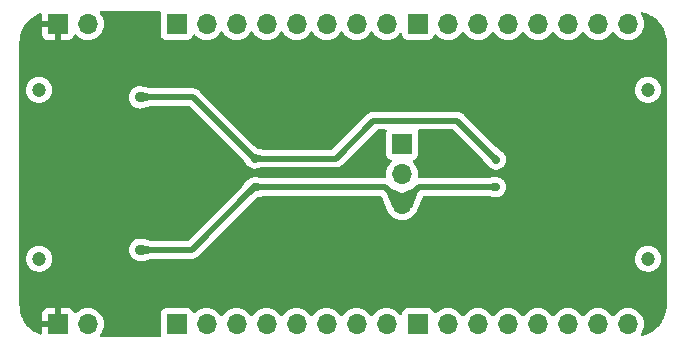
<source format=gbl>
%TF.GenerationSoftware,KiCad,Pcbnew,7.0.11*%
%TF.CreationDate,2024-03-13T01:45:22+08:00*%
%TF.ProjectId,UINIO-Signal-Translator,55494e49-4f2d-4536-9967-6e616c2d5472,Version 2.0.0*%
%TF.SameCoordinates,PX78a63b0PY57fedb0*%
%TF.FileFunction,Copper,L2,Bot*%
%TF.FilePolarity,Positive*%
%FSLAX46Y46*%
G04 Gerber Fmt 4.6, Leading zero omitted, Abs format (unit mm)*
G04 Created by KiCad (PCBNEW 7.0.11) date 2024-03-13 01:45:22*
%MOMM*%
%LPD*%
G01*
G04 APERTURE LIST*
%TA.AperFunction,ComponentPad*%
%ADD10R,1.700000X1.700000*%
%TD*%
%TA.AperFunction,ComponentPad*%
%ADD11O,1.700000X1.700000*%
%TD*%
%TA.AperFunction,ComponentPad*%
%ADD12C,1.200000*%
%TD*%
%TA.AperFunction,ViaPad*%
%ADD13C,0.700000*%
%TD*%
%TA.AperFunction,ViaPad*%
%ADD14C,0.900000*%
%TD*%
%TA.AperFunction,Conductor*%
%ADD15C,0.500000*%
%TD*%
G04 APERTURE END LIST*
D10*
%TO.P,J1,1,Pin_1*%
%TO.N,GND*%
X505000Y-26750000D03*
D11*
%TO.P,J1,2,Pin_2*%
%TO.N,/VCCA*%
X3045000Y-26750000D03*
%TD*%
D12*
%TO.P,HOLE\u002A\u002A,*%
%TO.N,*%
X-1090000Y-6930000D03*
%TD*%
D10*
%TO.P,J4,1,Pin_1*%
%TO.N,Net-(J4-Pin_1)*%
X10570000Y-1350000D03*
D11*
%TO.P,J4,2,Pin_2*%
%TO.N,Net-(J4-Pin_2)*%
X13110000Y-1350000D03*
%TO.P,J4,3,Pin_3*%
%TO.N,Net-(J4-Pin_3)*%
X15650000Y-1350000D03*
%TO.P,J4,4,Pin_4*%
%TO.N,Net-(J4-Pin_4)*%
X18190000Y-1350000D03*
%TO.P,J4,5,Pin_5*%
%TO.N,Net-(J4-Pin_5)*%
X20730000Y-1350000D03*
%TO.P,J4,6,Pin_6*%
%TO.N,Net-(J4-Pin_6)*%
X23270000Y-1350000D03*
%TO.P,J4,7,Pin_7*%
%TO.N,Net-(J4-Pin_7)*%
X25810000Y-1350000D03*
%TO.P,J4,8,Pin_8*%
%TO.N,Net-(J4-Pin_8)*%
X28350000Y-1350000D03*
%TD*%
D12*
%TO.P,HOLE\u002A\u002A,*%
%TO.N,*%
X-1080000Y-21230000D03*
%TD*%
D10*
%TO.P,J6,1,Pin_1*%
%TO.N,Net-(J6-Pin_1)*%
X29665000Y-11525000D03*
D11*
%TO.P,J6,2,Pin_2*%
%TO.N,/OE*%
X29665000Y-14065000D03*
%TO.P,J6,3,Pin_3*%
%TO.N,/VCCA*%
X29665000Y-16605000D03*
%TD*%
D10*
%TO.P,J7,1,Pin_1*%
%TO.N,Net-(J7-Pin_1)*%
X31010000Y-1350000D03*
D11*
%TO.P,J7,2,Pin_2*%
%TO.N,Net-(J7-Pin_2)*%
X33550000Y-1350000D03*
%TO.P,J7,3,Pin_3*%
%TO.N,Net-(J7-Pin_3)*%
X36090000Y-1350000D03*
%TO.P,J7,4,Pin_4*%
%TO.N,Net-(J7-Pin_4)*%
X38630000Y-1350000D03*
%TO.P,J7,5,Pin_5*%
%TO.N,Net-(J7-Pin_5)*%
X41170000Y-1350000D03*
%TO.P,J7,6,Pin_6*%
%TO.N,Net-(J7-Pin_6)*%
X43710000Y-1350000D03*
%TO.P,J7,7,Pin_7*%
%TO.N,Net-(J7-Pin_7)*%
X46250000Y-1350000D03*
%TO.P,J7,8,Pin_8*%
%TO.N,Net-(J7-Pin_8)*%
X48790000Y-1350000D03*
%TD*%
D10*
%TO.P,J2,1,Pin_1*%
%TO.N,Net-(J2-Pin_1)*%
X10570000Y-26750000D03*
D11*
%TO.P,J2,2,Pin_2*%
%TO.N,Net-(J2-Pin_2)*%
X13110000Y-26750000D03*
%TO.P,J2,3,Pin_3*%
%TO.N,Net-(J2-Pin_3)*%
X15650000Y-26750000D03*
%TO.P,J2,4,Pin_4*%
%TO.N,Net-(J2-Pin_4)*%
X18190000Y-26750000D03*
%TO.P,J2,5,Pin_5*%
%TO.N,Net-(J2-Pin_5)*%
X20730000Y-26750000D03*
%TO.P,J2,6,Pin_6*%
%TO.N,Net-(J2-Pin_6)*%
X23270000Y-26750000D03*
%TO.P,J2,7,Pin_7*%
%TO.N,Net-(J2-Pin_7)*%
X25810000Y-26750000D03*
%TO.P,J2,8,Pin_8*%
%TO.N,Net-(J2-Pin_8)*%
X28350000Y-26750000D03*
%TD*%
D12*
%TO.P,HOLE\u002A\u002A,*%
%TO.N,*%
X50470000Y-21230000D03*
%TD*%
D10*
%TO.P,J3,1,Pin_1*%
%TO.N,GND*%
X505000Y-1350000D03*
D11*
%TO.P,J3,2,Pin_2*%
%TO.N,/VCCB*%
X3045000Y-1350000D03*
%TD*%
D12*
%TO.P,HOLE\u002A\u002A,*%
%TO.N,*%
X50470000Y-6930000D03*
%TD*%
D10*
%TO.P,J5,1,Pin_1*%
%TO.N,Net-(J5-Pin_1)*%
X31010000Y-26750000D03*
D11*
%TO.P,J5,2,Pin_2*%
%TO.N,Net-(J5-Pin_2)*%
X33550000Y-26750000D03*
%TO.P,J5,3,Pin_3*%
%TO.N,Net-(J5-Pin_3)*%
X36090000Y-26750000D03*
%TO.P,J5,4,Pin_4*%
%TO.N,Net-(J5-Pin_4)*%
X38630000Y-26750000D03*
%TO.P,J5,5,Pin_5*%
%TO.N,Net-(J5-Pin_5)*%
X41170000Y-26750000D03*
%TO.P,J5,6,Pin_6*%
%TO.N,Net-(J5-Pin_6)*%
X43710000Y-26750000D03*
%TO.P,J5,7,Pin_7*%
%TO.N,Net-(J5-Pin_7)*%
X46250000Y-26750000D03*
%TO.P,J5,8,Pin_8*%
%TO.N,Net-(J5-Pin_8)*%
X48790000Y-26750000D03*
%TD*%
D13*
%TO.N,GND*%
X41020000Y-12940000D03*
X39860000Y-12940000D03*
X39860000Y-15170000D03*
X41020000Y-15170000D03*
X29665000Y-20995000D03*
X29665000Y-20140000D03*
X29665000Y-21850000D03*
%TO.N,/VCCA*%
X37620000Y-15170000D03*
D14*
X7470000Y-20480000D03*
D13*
X17170000Y-15170000D03*
%TO.N,/VCCB*%
X17170000Y-12750000D03*
D14*
X7460000Y-7570000D03*
D13*
X37610000Y-12840000D03*
%TD*%
D15*
%TO.N,GND*%
X34890000Y-20140000D02*
X39860000Y-15170000D01*
X41020000Y-12940000D02*
X41020000Y-15170000D01*
X39860000Y-15170000D02*
X39860000Y-12940000D01*
X29665000Y-20140000D02*
X34890000Y-20140000D01*
X29665000Y-20140000D02*
X29665000Y-21850000D01*
%TO.N,/VCCA*%
X29665000Y-16605000D02*
X31100000Y-15170000D01*
X7470000Y-20480000D02*
X11830000Y-20480000D01*
X28230000Y-15170000D02*
X29665000Y-16605000D01*
X31100000Y-15170000D02*
X37620000Y-15170000D01*
X17140000Y-15170000D02*
X28230000Y-15170000D01*
X11830000Y-20480000D02*
X17140000Y-15170000D01*
%TO.N,/VCCB*%
X11990000Y-7570000D02*
X7460000Y-7570000D01*
X24020000Y-12750000D02*
X27230000Y-9540000D01*
X34310000Y-9540000D02*
X37610000Y-12840000D01*
X27230000Y-9540000D02*
X34310000Y-9540000D01*
X17170000Y-12750000D02*
X11990000Y-7570000D01*
X17170000Y-12750000D02*
X24020000Y-12750000D01*
%TD*%
%TA.AperFunction,Conductor*%
%TO.N,GND*%
G36*
X9169096Y-280185D02*
G01*
X9214851Y-332989D01*
X9225346Y-397756D01*
X9219500Y-452119D01*
X9219500Y-2247870D01*
X9219501Y-2247876D01*
X9225908Y-2307483D01*
X9276202Y-2442328D01*
X9276206Y-2442335D01*
X9362452Y-2557544D01*
X9362455Y-2557547D01*
X9477664Y-2643793D01*
X9477671Y-2643797D01*
X9612517Y-2694091D01*
X9612516Y-2694091D01*
X9619444Y-2694835D01*
X9672127Y-2700500D01*
X11467872Y-2700499D01*
X11527483Y-2694091D01*
X11662331Y-2643796D01*
X11777546Y-2557546D01*
X11863796Y-2442331D01*
X11912810Y-2310916D01*
X11954681Y-2254984D01*
X12020145Y-2230566D01*
X12088418Y-2245417D01*
X12116673Y-2266569D01*
X12238599Y-2388495D01*
X12335384Y-2456265D01*
X12432165Y-2524032D01*
X12432167Y-2524033D01*
X12432170Y-2524035D01*
X12646337Y-2623903D01*
X12874592Y-2685063D01*
X13051034Y-2700500D01*
X13109999Y-2705659D01*
X13110000Y-2705659D01*
X13110001Y-2705659D01*
X13168966Y-2700500D01*
X13345408Y-2685063D01*
X13573663Y-2623903D01*
X13787830Y-2524035D01*
X13981401Y-2388495D01*
X14148495Y-2221401D01*
X14278425Y-2035842D01*
X14333002Y-1992217D01*
X14402500Y-1985023D01*
X14464855Y-2016546D01*
X14481575Y-2035842D01*
X14611500Y-2221395D01*
X14611505Y-2221401D01*
X14778599Y-2388495D01*
X14875384Y-2456265D01*
X14972165Y-2524032D01*
X14972167Y-2524033D01*
X14972170Y-2524035D01*
X15186337Y-2623903D01*
X15414592Y-2685063D01*
X15591034Y-2700500D01*
X15649999Y-2705659D01*
X15650000Y-2705659D01*
X15650001Y-2705659D01*
X15708966Y-2700500D01*
X15885408Y-2685063D01*
X16113663Y-2623903D01*
X16327830Y-2524035D01*
X16521401Y-2388495D01*
X16688495Y-2221401D01*
X16818425Y-2035842D01*
X16873002Y-1992217D01*
X16942500Y-1985023D01*
X17004855Y-2016546D01*
X17021575Y-2035842D01*
X17151500Y-2221395D01*
X17151505Y-2221401D01*
X17318599Y-2388495D01*
X17415384Y-2456265D01*
X17512165Y-2524032D01*
X17512167Y-2524033D01*
X17512170Y-2524035D01*
X17726337Y-2623903D01*
X17954592Y-2685063D01*
X18131034Y-2700500D01*
X18189999Y-2705659D01*
X18190000Y-2705659D01*
X18190001Y-2705659D01*
X18248966Y-2700500D01*
X18425408Y-2685063D01*
X18653663Y-2623903D01*
X18867830Y-2524035D01*
X19061401Y-2388495D01*
X19228495Y-2221401D01*
X19358425Y-2035842D01*
X19413002Y-1992217D01*
X19482500Y-1985023D01*
X19544855Y-2016546D01*
X19561575Y-2035842D01*
X19691500Y-2221395D01*
X19691505Y-2221401D01*
X19858599Y-2388495D01*
X19955384Y-2456265D01*
X20052165Y-2524032D01*
X20052167Y-2524033D01*
X20052170Y-2524035D01*
X20266337Y-2623903D01*
X20494592Y-2685063D01*
X20671034Y-2700500D01*
X20729999Y-2705659D01*
X20730000Y-2705659D01*
X20730001Y-2705659D01*
X20788966Y-2700500D01*
X20965408Y-2685063D01*
X21193663Y-2623903D01*
X21407830Y-2524035D01*
X21601401Y-2388495D01*
X21768495Y-2221401D01*
X21898425Y-2035842D01*
X21953002Y-1992217D01*
X22022500Y-1985023D01*
X22084855Y-2016546D01*
X22101575Y-2035842D01*
X22231500Y-2221395D01*
X22231505Y-2221401D01*
X22398599Y-2388495D01*
X22495384Y-2456265D01*
X22592165Y-2524032D01*
X22592167Y-2524033D01*
X22592170Y-2524035D01*
X22806337Y-2623903D01*
X23034592Y-2685063D01*
X23211034Y-2700500D01*
X23269999Y-2705659D01*
X23270000Y-2705659D01*
X23270001Y-2705659D01*
X23328966Y-2700500D01*
X23505408Y-2685063D01*
X23733663Y-2623903D01*
X23947830Y-2524035D01*
X24141401Y-2388495D01*
X24308495Y-2221401D01*
X24438425Y-2035842D01*
X24493002Y-1992217D01*
X24562500Y-1985023D01*
X24624855Y-2016546D01*
X24641575Y-2035842D01*
X24771500Y-2221395D01*
X24771505Y-2221401D01*
X24938599Y-2388495D01*
X25035384Y-2456265D01*
X25132165Y-2524032D01*
X25132167Y-2524033D01*
X25132170Y-2524035D01*
X25346337Y-2623903D01*
X25574592Y-2685063D01*
X25751034Y-2700500D01*
X25809999Y-2705659D01*
X25810000Y-2705659D01*
X25810001Y-2705659D01*
X25868966Y-2700500D01*
X26045408Y-2685063D01*
X26273663Y-2623903D01*
X26487830Y-2524035D01*
X26681401Y-2388495D01*
X26848495Y-2221401D01*
X26978425Y-2035842D01*
X27033002Y-1992217D01*
X27102500Y-1985023D01*
X27164855Y-2016546D01*
X27181575Y-2035842D01*
X27311500Y-2221395D01*
X27311505Y-2221401D01*
X27478599Y-2388495D01*
X27575384Y-2456265D01*
X27672165Y-2524032D01*
X27672167Y-2524033D01*
X27672170Y-2524035D01*
X27886337Y-2623903D01*
X28114592Y-2685063D01*
X28291034Y-2700500D01*
X28349999Y-2705659D01*
X28350000Y-2705659D01*
X28350001Y-2705659D01*
X28408966Y-2700500D01*
X28585408Y-2685063D01*
X28813663Y-2623903D01*
X29027830Y-2524035D01*
X29221401Y-2388495D01*
X29388495Y-2221401D01*
X29433926Y-2156517D01*
X29488501Y-2112894D01*
X29557999Y-2105700D01*
X29620354Y-2137222D01*
X29655769Y-2197451D01*
X29659500Y-2227637D01*
X29659500Y-2247867D01*
X29659501Y-2247876D01*
X29665908Y-2307483D01*
X29716202Y-2442328D01*
X29716206Y-2442335D01*
X29802452Y-2557544D01*
X29802455Y-2557547D01*
X29917664Y-2643793D01*
X29917671Y-2643797D01*
X30052517Y-2694091D01*
X30052516Y-2694091D01*
X30059444Y-2694835D01*
X30112127Y-2700500D01*
X31907872Y-2700499D01*
X31967483Y-2694091D01*
X32102331Y-2643796D01*
X32217546Y-2557546D01*
X32303796Y-2442331D01*
X32352810Y-2310916D01*
X32394681Y-2254984D01*
X32460145Y-2230566D01*
X32528418Y-2245417D01*
X32556673Y-2266569D01*
X32678599Y-2388495D01*
X32775384Y-2456265D01*
X32872165Y-2524032D01*
X32872167Y-2524033D01*
X32872170Y-2524035D01*
X33086337Y-2623903D01*
X33314592Y-2685063D01*
X33491034Y-2700500D01*
X33549999Y-2705659D01*
X33550000Y-2705659D01*
X33550001Y-2705659D01*
X33608966Y-2700500D01*
X33785408Y-2685063D01*
X34013663Y-2623903D01*
X34227830Y-2524035D01*
X34421401Y-2388495D01*
X34588495Y-2221401D01*
X34718425Y-2035842D01*
X34773002Y-1992217D01*
X34842500Y-1985023D01*
X34904855Y-2016546D01*
X34921575Y-2035842D01*
X35051500Y-2221395D01*
X35051505Y-2221401D01*
X35218599Y-2388495D01*
X35315384Y-2456265D01*
X35412165Y-2524032D01*
X35412167Y-2524033D01*
X35412170Y-2524035D01*
X35626337Y-2623903D01*
X35854592Y-2685063D01*
X36031034Y-2700500D01*
X36089999Y-2705659D01*
X36090000Y-2705659D01*
X36090001Y-2705659D01*
X36148966Y-2700500D01*
X36325408Y-2685063D01*
X36553663Y-2623903D01*
X36767830Y-2524035D01*
X36961401Y-2388495D01*
X37128495Y-2221401D01*
X37258425Y-2035842D01*
X37313002Y-1992217D01*
X37382500Y-1985023D01*
X37444855Y-2016546D01*
X37461575Y-2035842D01*
X37591500Y-2221395D01*
X37591505Y-2221401D01*
X37758599Y-2388495D01*
X37855384Y-2456265D01*
X37952165Y-2524032D01*
X37952167Y-2524033D01*
X37952170Y-2524035D01*
X38166337Y-2623903D01*
X38394592Y-2685063D01*
X38571034Y-2700500D01*
X38629999Y-2705659D01*
X38630000Y-2705659D01*
X38630001Y-2705659D01*
X38688966Y-2700500D01*
X38865408Y-2685063D01*
X39093663Y-2623903D01*
X39307830Y-2524035D01*
X39501401Y-2388495D01*
X39668495Y-2221401D01*
X39798425Y-2035842D01*
X39853002Y-1992217D01*
X39922500Y-1985023D01*
X39984855Y-2016546D01*
X40001575Y-2035842D01*
X40131500Y-2221395D01*
X40131505Y-2221401D01*
X40298599Y-2388495D01*
X40395384Y-2456265D01*
X40492165Y-2524032D01*
X40492167Y-2524033D01*
X40492170Y-2524035D01*
X40706337Y-2623903D01*
X40934592Y-2685063D01*
X41111034Y-2700500D01*
X41169999Y-2705659D01*
X41170000Y-2705659D01*
X41170001Y-2705659D01*
X41228966Y-2700500D01*
X41405408Y-2685063D01*
X41633663Y-2623903D01*
X41847830Y-2524035D01*
X42041401Y-2388495D01*
X42208495Y-2221401D01*
X42338425Y-2035842D01*
X42393002Y-1992217D01*
X42462500Y-1985023D01*
X42524855Y-2016546D01*
X42541575Y-2035842D01*
X42671500Y-2221395D01*
X42671505Y-2221401D01*
X42838599Y-2388495D01*
X42935384Y-2456265D01*
X43032165Y-2524032D01*
X43032167Y-2524033D01*
X43032170Y-2524035D01*
X43246337Y-2623903D01*
X43474592Y-2685063D01*
X43651034Y-2700500D01*
X43709999Y-2705659D01*
X43710000Y-2705659D01*
X43710001Y-2705659D01*
X43768966Y-2700500D01*
X43945408Y-2685063D01*
X44173663Y-2623903D01*
X44387830Y-2524035D01*
X44581401Y-2388495D01*
X44748495Y-2221401D01*
X44878425Y-2035842D01*
X44933002Y-1992217D01*
X45002500Y-1985023D01*
X45064855Y-2016546D01*
X45081575Y-2035842D01*
X45211500Y-2221395D01*
X45211505Y-2221401D01*
X45378599Y-2388495D01*
X45475384Y-2456265D01*
X45572165Y-2524032D01*
X45572167Y-2524033D01*
X45572170Y-2524035D01*
X45786337Y-2623903D01*
X46014592Y-2685063D01*
X46191034Y-2700500D01*
X46249999Y-2705659D01*
X46250000Y-2705659D01*
X46250001Y-2705659D01*
X46308966Y-2700500D01*
X46485408Y-2685063D01*
X46713663Y-2623903D01*
X46927830Y-2524035D01*
X47121401Y-2388495D01*
X47288495Y-2221401D01*
X47418425Y-2035842D01*
X47473002Y-1992217D01*
X47542500Y-1985023D01*
X47604855Y-2016546D01*
X47621575Y-2035842D01*
X47751500Y-2221395D01*
X47751505Y-2221401D01*
X47918599Y-2388495D01*
X48015384Y-2456265D01*
X48112165Y-2524032D01*
X48112167Y-2524033D01*
X48112170Y-2524035D01*
X48326337Y-2623903D01*
X48554592Y-2685063D01*
X48731034Y-2700500D01*
X48789999Y-2705659D01*
X48790000Y-2705659D01*
X48790001Y-2705659D01*
X48848966Y-2700500D01*
X49025408Y-2685063D01*
X49253663Y-2623903D01*
X49467830Y-2524035D01*
X49661401Y-2388495D01*
X49828495Y-2221401D01*
X49964035Y-2027830D01*
X50063903Y-1813663D01*
X50125063Y-1585408D01*
X50145659Y-1350000D01*
X50125063Y-1114592D01*
X50063903Y-886337D01*
X49964035Y-672171D01*
X49958424Y-664158D01*
X49866473Y-532837D01*
X49844146Y-466631D01*
X49861156Y-398864D01*
X49912104Y-351051D01*
X49980814Y-338373D01*
X50002374Y-342559D01*
X50174118Y-392038D01*
X50246413Y-412866D01*
X50259537Y-417459D01*
X50531527Y-530120D01*
X50544049Y-536149D01*
X50742673Y-645925D01*
X50801726Y-678563D01*
X50813500Y-685961D01*
X50973876Y-799753D01*
X51044692Y-850000D01*
X51053604Y-856323D01*
X51064476Y-864993D01*
X51283997Y-1061169D01*
X51293830Y-1071002D01*
X51490006Y-1290523D01*
X51498676Y-1301395D01*
X51669038Y-1541499D01*
X51676436Y-1553273D01*
X51818846Y-1810943D01*
X51824879Y-1823472D01*
X51937540Y-2095462D01*
X51942133Y-2108586D01*
X52023636Y-2391489D01*
X52026730Y-2405046D01*
X52076045Y-2695288D01*
X52077602Y-2709107D01*
X52091435Y-2955449D01*
X52089767Y-2979234D01*
X52090097Y-2979267D01*
X52089500Y-2985328D01*
X52089500Y-25086519D01*
X52089305Y-25093472D01*
X52072602Y-25390893D01*
X52071045Y-25404711D01*
X52021730Y-25694953D01*
X52018636Y-25708510D01*
X51937133Y-25991413D01*
X51932540Y-26004537D01*
X51819879Y-26276527D01*
X51813846Y-26289056D01*
X51671436Y-26546726D01*
X51664038Y-26558500D01*
X51493676Y-26798604D01*
X51485006Y-26809476D01*
X51288830Y-27028997D01*
X51278997Y-27038830D01*
X51059476Y-27235006D01*
X51048604Y-27243676D01*
X50808500Y-27414038D01*
X50796726Y-27421436D01*
X50539056Y-27563846D01*
X50526527Y-27569879D01*
X50254537Y-27682540D01*
X50241413Y-27687133D01*
X50003639Y-27755635D01*
X49933770Y-27755278D01*
X49875185Y-27717205D01*
X49846485Y-27653502D01*
X49856781Y-27584395D01*
X49867737Y-27565357D01*
X49868795Y-27563846D01*
X49964035Y-27427830D01*
X50063903Y-27213663D01*
X50125063Y-26985408D01*
X50145659Y-26750000D01*
X50125063Y-26514592D01*
X50063903Y-26286337D01*
X49964035Y-26072171D01*
X49958425Y-26064158D01*
X49828494Y-25878597D01*
X49661402Y-25711506D01*
X49661395Y-25711501D01*
X49657123Y-25708510D01*
X49584518Y-25657671D01*
X49467834Y-25575967D01*
X49467830Y-25575965D01*
X49396727Y-25542809D01*
X49253663Y-25476097D01*
X49253659Y-25476096D01*
X49253655Y-25476094D01*
X49025413Y-25414938D01*
X49025403Y-25414936D01*
X48790001Y-25394341D01*
X48789999Y-25394341D01*
X48554596Y-25414936D01*
X48554586Y-25414938D01*
X48326344Y-25476094D01*
X48326335Y-25476098D01*
X48112171Y-25575964D01*
X48112169Y-25575965D01*
X47918597Y-25711505D01*
X47751505Y-25878597D01*
X47621575Y-26064158D01*
X47566998Y-26107783D01*
X47497500Y-26114977D01*
X47435145Y-26083454D01*
X47418425Y-26064158D01*
X47288494Y-25878597D01*
X47121402Y-25711506D01*
X47121395Y-25711501D01*
X47117123Y-25708510D01*
X47044518Y-25657671D01*
X46927834Y-25575967D01*
X46927830Y-25575965D01*
X46856727Y-25542809D01*
X46713663Y-25476097D01*
X46713659Y-25476096D01*
X46713655Y-25476094D01*
X46485413Y-25414938D01*
X46485403Y-25414936D01*
X46250001Y-25394341D01*
X46249999Y-25394341D01*
X46014596Y-25414936D01*
X46014586Y-25414938D01*
X45786344Y-25476094D01*
X45786335Y-25476098D01*
X45572171Y-25575964D01*
X45572169Y-25575965D01*
X45378597Y-25711505D01*
X45211505Y-25878597D01*
X45081575Y-26064158D01*
X45026998Y-26107783D01*
X44957500Y-26114977D01*
X44895145Y-26083454D01*
X44878425Y-26064158D01*
X44748494Y-25878597D01*
X44581402Y-25711506D01*
X44581395Y-25711501D01*
X44577123Y-25708510D01*
X44504518Y-25657671D01*
X44387834Y-25575967D01*
X44387830Y-25575965D01*
X44316727Y-25542809D01*
X44173663Y-25476097D01*
X44173659Y-25476096D01*
X44173655Y-25476094D01*
X43945413Y-25414938D01*
X43945403Y-25414936D01*
X43710001Y-25394341D01*
X43709999Y-25394341D01*
X43474596Y-25414936D01*
X43474586Y-25414938D01*
X43246344Y-25476094D01*
X43246335Y-25476098D01*
X43032171Y-25575964D01*
X43032169Y-25575965D01*
X42838597Y-25711505D01*
X42671505Y-25878597D01*
X42541575Y-26064158D01*
X42486998Y-26107783D01*
X42417500Y-26114977D01*
X42355145Y-26083454D01*
X42338425Y-26064158D01*
X42208494Y-25878597D01*
X42041402Y-25711506D01*
X42041395Y-25711501D01*
X42037123Y-25708510D01*
X41964518Y-25657671D01*
X41847834Y-25575967D01*
X41847830Y-25575965D01*
X41776727Y-25542809D01*
X41633663Y-25476097D01*
X41633659Y-25476096D01*
X41633655Y-25476094D01*
X41405413Y-25414938D01*
X41405403Y-25414936D01*
X41170001Y-25394341D01*
X41169999Y-25394341D01*
X40934596Y-25414936D01*
X40934586Y-25414938D01*
X40706344Y-25476094D01*
X40706335Y-25476098D01*
X40492171Y-25575964D01*
X40492169Y-25575965D01*
X40298597Y-25711505D01*
X40131505Y-25878597D01*
X40001575Y-26064158D01*
X39946998Y-26107783D01*
X39877500Y-26114977D01*
X39815145Y-26083454D01*
X39798425Y-26064158D01*
X39668494Y-25878597D01*
X39501402Y-25711506D01*
X39501395Y-25711501D01*
X39497123Y-25708510D01*
X39424518Y-25657671D01*
X39307834Y-25575967D01*
X39307830Y-25575965D01*
X39236727Y-25542809D01*
X39093663Y-25476097D01*
X39093659Y-25476096D01*
X39093655Y-25476094D01*
X38865413Y-25414938D01*
X38865403Y-25414936D01*
X38630001Y-25394341D01*
X38629999Y-25394341D01*
X38394596Y-25414936D01*
X38394586Y-25414938D01*
X38166344Y-25476094D01*
X38166335Y-25476098D01*
X37952171Y-25575964D01*
X37952169Y-25575965D01*
X37758597Y-25711505D01*
X37591505Y-25878597D01*
X37461575Y-26064158D01*
X37406998Y-26107783D01*
X37337500Y-26114977D01*
X37275145Y-26083454D01*
X37258425Y-26064158D01*
X37128494Y-25878597D01*
X36961402Y-25711506D01*
X36961395Y-25711501D01*
X36957123Y-25708510D01*
X36884518Y-25657671D01*
X36767834Y-25575967D01*
X36767830Y-25575965D01*
X36696727Y-25542809D01*
X36553663Y-25476097D01*
X36553659Y-25476096D01*
X36553655Y-25476094D01*
X36325413Y-25414938D01*
X36325403Y-25414936D01*
X36090001Y-25394341D01*
X36089999Y-25394341D01*
X35854596Y-25414936D01*
X35854586Y-25414938D01*
X35626344Y-25476094D01*
X35626335Y-25476098D01*
X35412171Y-25575964D01*
X35412169Y-25575965D01*
X35218597Y-25711505D01*
X35051505Y-25878597D01*
X34921575Y-26064158D01*
X34866998Y-26107783D01*
X34797500Y-26114977D01*
X34735145Y-26083454D01*
X34718425Y-26064158D01*
X34588494Y-25878597D01*
X34421402Y-25711506D01*
X34421395Y-25711501D01*
X34417123Y-25708510D01*
X34344518Y-25657671D01*
X34227834Y-25575967D01*
X34227830Y-25575965D01*
X34156727Y-25542809D01*
X34013663Y-25476097D01*
X34013659Y-25476096D01*
X34013655Y-25476094D01*
X33785413Y-25414938D01*
X33785403Y-25414936D01*
X33550001Y-25394341D01*
X33549999Y-25394341D01*
X33314596Y-25414936D01*
X33314586Y-25414938D01*
X33086344Y-25476094D01*
X33086335Y-25476098D01*
X32872171Y-25575964D01*
X32872169Y-25575965D01*
X32678600Y-25711503D01*
X32556673Y-25833430D01*
X32495350Y-25866914D01*
X32425658Y-25861930D01*
X32369725Y-25820058D01*
X32352810Y-25789081D01*
X32303797Y-25657671D01*
X32303793Y-25657664D01*
X32217547Y-25542455D01*
X32217544Y-25542452D01*
X32102335Y-25456206D01*
X32102328Y-25456202D01*
X31967482Y-25405908D01*
X31967483Y-25405908D01*
X31907883Y-25399501D01*
X31907881Y-25399500D01*
X31907873Y-25399500D01*
X31907864Y-25399500D01*
X30112129Y-25399500D01*
X30112123Y-25399501D01*
X30052516Y-25405908D01*
X29917671Y-25456202D01*
X29917664Y-25456206D01*
X29802455Y-25542452D01*
X29802452Y-25542455D01*
X29716206Y-25657664D01*
X29716202Y-25657671D01*
X29665908Y-25792517D01*
X29659501Y-25852116D01*
X29659500Y-25852135D01*
X29659500Y-25872356D01*
X29639815Y-25939395D01*
X29587011Y-25985150D01*
X29517853Y-25995094D01*
X29454297Y-25966069D01*
X29433925Y-25943480D01*
X29388491Y-25878594D01*
X29221402Y-25711506D01*
X29221395Y-25711501D01*
X29217123Y-25708510D01*
X29144518Y-25657671D01*
X29027834Y-25575967D01*
X29027830Y-25575965D01*
X28956727Y-25542809D01*
X28813663Y-25476097D01*
X28813659Y-25476096D01*
X28813655Y-25476094D01*
X28585413Y-25414938D01*
X28585403Y-25414936D01*
X28350001Y-25394341D01*
X28349999Y-25394341D01*
X28114596Y-25414936D01*
X28114586Y-25414938D01*
X27886344Y-25476094D01*
X27886335Y-25476098D01*
X27672171Y-25575964D01*
X27672169Y-25575965D01*
X27478597Y-25711505D01*
X27311505Y-25878597D01*
X27181575Y-26064158D01*
X27126998Y-26107783D01*
X27057500Y-26114977D01*
X26995145Y-26083454D01*
X26978425Y-26064158D01*
X26848494Y-25878597D01*
X26681402Y-25711506D01*
X26681395Y-25711501D01*
X26677123Y-25708510D01*
X26604518Y-25657671D01*
X26487834Y-25575967D01*
X26487830Y-25575965D01*
X26416727Y-25542809D01*
X26273663Y-25476097D01*
X26273659Y-25476096D01*
X26273655Y-25476094D01*
X26045413Y-25414938D01*
X26045403Y-25414936D01*
X25810001Y-25394341D01*
X25809999Y-25394341D01*
X25574596Y-25414936D01*
X25574586Y-25414938D01*
X25346344Y-25476094D01*
X25346335Y-25476098D01*
X25132171Y-25575964D01*
X25132169Y-25575965D01*
X24938597Y-25711505D01*
X24771505Y-25878597D01*
X24641575Y-26064158D01*
X24586998Y-26107783D01*
X24517500Y-26114977D01*
X24455145Y-26083454D01*
X24438425Y-26064158D01*
X24308494Y-25878597D01*
X24141402Y-25711506D01*
X24141395Y-25711501D01*
X24137123Y-25708510D01*
X24064518Y-25657671D01*
X23947834Y-25575967D01*
X23947830Y-25575965D01*
X23876727Y-25542809D01*
X23733663Y-25476097D01*
X23733659Y-25476096D01*
X23733655Y-25476094D01*
X23505413Y-25414938D01*
X23505403Y-25414936D01*
X23270001Y-25394341D01*
X23269999Y-25394341D01*
X23034596Y-25414936D01*
X23034586Y-25414938D01*
X22806344Y-25476094D01*
X22806335Y-25476098D01*
X22592171Y-25575964D01*
X22592169Y-25575965D01*
X22398597Y-25711505D01*
X22231505Y-25878597D01*
X22101575Y-26064158D01*
X22046998Y-26107783D01*
X21977500Y-26114977D01*
X21915145Y-26083454D01*
X21898425Y-26064158D01*
X21768494Y-25878597D01*
X21601402Y-25711506D01*
X21601395Y-25711501D01*
X21597123Y-25708510D01*
X21524518Y-25657671D01*
X21407834Y-25575967D01*
X21407830Y-25575965D01*
X21336727Y-25542809D01*
X21193663Y-25476097D01*
X21193659Y-25476096D01*
X21193655Y-25476094D01*
X20965413Y-25414938D01*
X20965403Y-25414936D01*
X20730001Y-25394341D01*
X20729999Y-25394341D01*
X20494596Y-25414936D01*
X20494586Y-25414938D01*
X20266344Y-25476094D01*
X20266335Y-25476098D01*
X20052171Y-25575964D01*
X20052169Y-25575965D01*
X19858597Y-25711505D01*
X19691505Y-25878597D01*
X19561575Y-26064158D01*
X19506998Y-26107783D01*
X19437500Y-26114977D01*
X19375145Y-26083454D01*
X19358425Y-26064158D01*
X19228494Y-25878597D01*
X19061402Y-25711506D01*
X19061395Y-25711501D01*
X19057123Y-25708510D01*
X18984518Y-25657671D01*
X18867834Y-25575967D01*
X18867830Y-25575965D01*
X18796727Y-25542809D01*
X18653663Y-25476097D01*
X18653659Y-25476096D01*
X18653655Y-25476094D01*
X18425413Y-25414938D01*
X18425403Y-25414936D01*
X18190001Y-25394341D01*
X18189999Y-25394341D01*
X17954596Y-25414936D01*
X17954586Y-25414938D01*
X17726344Y-25476094D01*
X17726335Y-25476098D01*
X17512171Y-25575964D01*
X17512169Y-25575965D01*
X17318597Y-25711505D01*
X17151505Y-25878597D01*
X17021575Y-26064158D01*
X16966998Y-26107783D01*
X16897500Y-26114977D01*
X16835145Y-26083454D01*
X16818425Y-26064158D01*
X16688494Y-25878597D01*
X16521402Y-25711506D01*
X16521395Y-25711501D01*
X16517123Y-25708510D01*
X16444518Y-25657671D01*
X16327834Y-25575967D01*
X16327830Y-25575965D01*
X16256727Y-25542809D01*
X16113663Y-25476097D01*
X16113659Y-25476096D01*
X16113655Y-25476094D01*
X15885413Y-25414938D01*
X15885403Y-25414936D01*
X15650001Y-25394341D01*
X15649999Y-25394341D01*
X15414596Y-25414936D01*
X15414586Y-25414938D01*
X15186344Y-25476094D01*
X15186335Y-25476098D01*
X14972171Y-25575964D01*
X14972169Y-25575965D01*
X14778597Y-25711505D01*
X14611505Y-25878597D01*
X14481575Y-26064158D01*
X14426998Y-26107783D01*
X14357500Y-26114977D01*
X14295145Y-26083454D01*
X14278425Y-26064158D01*
X14148494Y-25878597D01*
X13981402Y-25711506D01*
X13981395Y-25711501D01*
X13977123Y-25708510D01*
X13904518Y-25657671D01*
X13787834Y-25575967D01*
X13787830Y-25575965D01*
X13716727Y-25542809D01*
X13573663Y-25476097D01*
X13573659Y-25476096D01*
X13573655Y-25476094D01*
X13345413Y-25414938D01*
X13345403Y-25414936D01*
X13110001Y-25394341D01*
X13109999Y-25394341D01*
X12874596Y-25414936D01*
X12874586Y-25414938D01*
X12646344Y-25476094D01*
X12646335Y-25476098D01*
X12432171Y-25575964D01*
X12432169Y-25575965D01*
X12238600Y-25711503D01*
X12116673Y-25833430D01*
X12055350Y-25866914D01*
X11985658Y-25861930D01*
X11929725Y-25820058D01*
X11912810Y-25789081D01*
X11863797Y-25657671D01*
X11863793Y-25657664D01*
X11777547Y-25542455D01*
X11777544Y-25542452D01*
X11662335Y-25456206D01*
X11662328Y-25456202D01*
X11527482Y-25405908D01*
X11527483Y-25405908D01*
X11467883Y-25399501D01*
X11467881Y-25399500D01*
X11467873Y-25399500D01*
X11467864Y-25399500D01*
X9672129Y-25399500D01*
X9672123Y-25399501D01*
X9612516Y-25405908D01*
X9477671Y-25456202D01*
X9477664Y-25456206D01*
X9362455Y-25542452D01*
X9362452Y-25542455D01*
X9276206Y-25657664D01*
X9276202Y-25657671D01*
X9225908Y-25792517D01*
X9219501Y-25852116D01*
X9219500Y-25852135D01*
X9219500Y-27647870D01*
X9219501Y-27647876D01*
X9225346Y-27702247D01*
X9212939Y-27771006D01*
X9165328Y-27822143D01*
X9102056Y-27839500D01*
X4164758Y-27839500D01*
X4097719Y-27819815D01*
X4051964Y-27767011D01*
X4042020Y-27697853D01*
X4071045Y-27634297D01*
X4077077Y-27627819D01*
X4083495Y-27621401D01*
X4219035Y-27427830D01*
X4318903Y-27213663D01*
X4380063Y-26985408D01*
X4400659Y-26750000D01*
X4380063Y-26514592D01*
X4318903Y-26286337D01*
X4219035Y-26072171D01*
X4213425Y-26064158D01*
X4083494Y-25878597D01*
X3916402Y-25711506D01*
X3916395Y-25711501D01*
X3912123Y-25708510D01*
X3839518Y-25657671D01*
X3722834Y-25575967D01*
X3722830Y-25575965D01*
X3651727Y-25542809D01*
X3508663Y-25476097D01*
X3508659Y-25476096D01*
X3508655Y-25476094D01*
X3280413Y-25414938D01*
X3280403Y-25414936D01*
X3045001Y-25394341D01*
X3044999Y-25394341D01*
X2809596Y-25414936D01*
X2809586Y-25414938D01*
X2581344Y-25476094D01*
X2581335Y-25476098D01*
X2367171Y-25575964D01*
X2367169Y-25575965D01*
X2173600Y-25711503D01*
X2051284Y-25833819D01*
X1989961Y-25867303D01*
X1920269Y-25862319D01*
X1864336Y-25820447D01*
X1847421Y-25789470D01*
X1798354Y-25657913D01*
X1798350Y-25657906D01*
X1712190Y-25542812D01*
X1712187Y-25542809D01*
X1597093Y-25456649D01*
X1597086Y-25456645D01*
X1462379Y-25406403D01*
X1462372Y-25406401D01*
X1402844Y-25400000D01*
X755000Y-25400000D01*
X755000Y-26314498D01*
X647315Y-26265320D01*
X540763Y-26250000D01*
X469237Y-26250000D01*
X362685Y-26265320D01*
X255000Y-26314498D01*
X255000Y-25400000D01*
X-392845Y-25400000D01*
X-452373Y-25406401D01*
X-452380Y-25406403D01*
X-587087Y-25456645D01*
X-587094Y-25456649D01*
X-702188Y-25542809D01*
X-702191Y-25542812D01*
X-788351Y-25657906D01*
X-788355Y-25657913D01*
X-838597Y-25792620D01*
X-838599Y-25792627D01*
X-845000Y-25852155D01*
X-845000Y-26500000D01*
X71314Y-26500000D01*
X45507Y-26540156D01*
X5000Y-26678111D01*
X5000Y-26821889D01*
X45507Y-26959844D01*
X71314Y-27000000D01*
X-845000Y-27000000D01*
X-845000Y-27527836D01*
X-864685Y-27594875D01*
X-917489Y-27640630D01*
X-986647Y-27650574D01*
X-1016452Y-27642397D01*
X-1191528Y-27569879D01*
X-1204057Y-27563846D01*
X-1461727Y-27421436D01*
X-1473501Y-27414038D01*
X-1713605Y-27243676D01*
X-1724477Y-27235006D01*
X-1943998Y-27038830D01*
X-1953831Y-27028997D01*
X-1989759Y-26988794D01*
X-2150007Y-26809476D01*
X-2158677Y-26798604D01*
X-2329039Y-26558500D01*
X-2336437Y-26546726D01*
X-2406917Y-26419202D01*
X-2478851Y-26289049D01*
X-2484880Y-26276527D01*
X-2597541Y-26004537D01*
X-2602134Y-25991413D01*
X-2683637Y-25708510D01*
X-2686731Y-25694953D01*
X-2693026Y-25657906D01*
X-2736047Y-25404703D01*
X-2737603Y-25390900D01*
X-2754305Y-25093471D01*
X-2754500Y-25086519D01*
X-2754500Y-21230003D01*
X-2185215Y-21230003D01*
X-2178339Y-21304214D01*
X-2177951Y-21309752D01*
X-2174255Y-21387328D01*
X-2174254Y-21387330D01*
X-2170532Y-21402675D01*
X-2167567Y-21420458D01*
X-2166397Y-21433083D01*
X-2150024Y-21490630D01*
X-2145055Y-21508094D01*
X-2143818Y-21512792D01*
X-2124708Y-21591566D01*
X-2124703Y-21591579D01*
X-2119579Y-21602799D01*
X-2113109Y-21620369D01*
X-2110582Y-21629250D01*
X-2074273Y-21702170D01*
X-2072504Y-21705877D01*
X-2037395Y-21782756D01*
X-2032247Y-21789984D01*
X-2022252Y-21806643D01*
X-2019673Y-21811821D01*
X-1968506Y-21879577D01*
X-1966525Y-21882277D01*
X-1915486Y-21953952D01*
X-1911557Y-21957698D01*
X-1898178Y-21972707D01*
X-1896764Y-21974579D01*
X-1831459Y-22034111D01*
X-1829496Y-22035943D01*
X-1796422Y-22067478D01*
X-1763377Y-22098987D01*
X-1761715Y-22100055D01*
X-1750648Y-22108559D01*
X-1750620Y-22108523D01*
X-1746049Y-22111974D01*
X-1746041Y-22111981D01*
X-1683505Y-22150701D01*
X-1668054Y-22160268D01*
X-1666291Y-22161380D01*
X-1586571Y-22212614D01*
X-1581316Y-22215323D01*
X-1581353Y-22215394D01*
X-1577936Y-22217120D01*
X-1577771Y-22216791D01*
X-1572646Y-22219342D01*
X-1572637Y-22219348D01*
X-1572629Y-22219351D01*
X-1483909Y-22253722D01*
X-1482648Y-22254217D01*
X-1391457Y-22290725D01*
X-1391455Y-22290725D01*
X-1391453Y-22290726D01*
X-1389468Y-22291309D01*
X-1383415Y-22292750D01*
X-1382474Y-22293017D01*
X-1382456Y-22293024D01*
X-1285405Y-22311165D01*
X-1284990Y-22311244D01*
X-1185085Y-22330500D01*
X-978024Y-22330500D01*
X-931742Y-22321847D01*
X-920764Y-22320300D01*
X-870782Y-22315528D01*
X-829209Y-22303320D01*
X-817092Y-22300415D01*
X-777544Y-22293024D01*
X-730412Y-22274764D01*
X-720595Y-22271428D01*
X-669125Y-22256316D01*
X-633671Y-22238037D01*
X-621668Y-22232637D01*
X-587363Y-22219348D01*
X-541491Y-22190943D01*
X-533045Y-22186160D01*
X-482318Y-22160011D01*
X-453663Y-22137474D01*
X-442305Y-22129531D01*
X-413959Y-22111981D01*
X-371534Y-22073304D01*
X-364674Y-22067492D01*
X-317114Y-22030092D01*
X-295504Y-22005150D01*
X-285343Y-21994730D01*
X-263236Y-21974579D01*
X-226571Y-21926024D01*
X-221350Y-21919572D01*
X-179481Y-21871256D01*
X-164701Y-21845653D01*
X-156276Y-21832938D01*
X-140327Y-21811821D01*
X-111667Y-21754260D01*
X-108089Y-21747598D01*
X-74396Y-21689244D01*
X-65854Y-21664563D01*
X-59677Y-21649851D01*
X-49418Y-21629250D01*
X-30890Y-21564127D01*
X-28814Y-21557542D01*
X-5656Y-21490633D01*
X-2430Y-21468186D01*
X1039Y-21451911D01*
X6397Y-21433083D01*
X12958Y-21362259D01*
X13685Y-21356100D01*
X24254Y-21282602D01*
X23339Y-21263399D01*
X23727Y-21246052D01*
X25215Y-21230000D01*
X18336Y-21155773D01*
X17948Y-21150240D01*
X14254Y-21072669D01*
X10534Y-21057338D01*
X7565Y-21039531D01*
X6397Y-21026917D01*
X-14946Y-20951905D01*
X-16177Y-20947233D01*
X-28645Y-20895840D01*
X-35296Y-20868424D01*
X-40421Y-20857202D01*
X-46893Y-20839627D01*
X-49418Y-20830750D01*
X-79292Y-20770756D01*
X-85702Y-20757882D01*
X-87496Y-20754122D01*
X-109614Y-20705691D01*
X-122604Y-20677247D01*
X-127757Y-20670011D01*
X-137751Y-20653353D01*
X-140327Y-20648179D01*
X-140329Y-20648177D01*
X-140330Y-20648174D01*
X-191458Y-20580471D01*
X-193512Y-20577671D01*
X-244514Y-20506048D01*
X-248448Y-20502297D01*
X-261825Y-20487289D01*
X-263235Y-20485422D01*
X-263236Y-20485421D01*
X-328539Y-20425890D01*
X-330510Y-20424052D01*
X-396622Y-20361014D01*
X-398292Y-20359940D01*
X-409353Y-20351441D01*
X-409379Y-20351477D01*
X-413952Y-20348024D01*
X-413958Y-20348020D01*
X-413959Y-20348019D01*
X-491956Y-20299725D01*
X-493710Y-20298619D01*
X-511561Y-20287147D01*
X-573428Y-20247387D01*
X-573431Y-20247386D01*
X-573432Y-20247385D01*
X-578679Y-20244680D01*
X-578644Y-20244610D01*
X-582080Y-20242874D01*
X-582242Y-20243202D01*
X-587359Y-20240653D01*
X-635625Y-20221955D01*
X-676162Y-20206250D01*
X-677338Y-20205787D01*
X-768546Y-20169273D01*
X-770514Y-20168695D01*
X-776560Y-20167256D01*
X-777546Y-20166975D01*
X-874587Y-20148834D01*
X-875266Y-20148705D01*
X-974914Y-20129500D01*
X-974915Y-20129500D01*
X-978024Y-20129500D01*
X-1181976Y-20129500D01*
X-1181983Y-20129500D01*
X-1228266Y-20138151D01*
X-1239258Y-20139700D01*
X-1289215Y-20144471D01*
X-1330777Y-20156674D01*
X-1342919Y-20159584D01*
X-1376476Y-20165857D01*
X-1382456Y-20166976D01*
X-1382459Y-20166976D01*
X-1382466Y-20166979D01*
X-1429563Y-20185224D01*
X-1439418Y-20188573D01*
X-1490864Y-20203679D01*
X-1490885Y-20203688D01*
X-1526320Y-20221955D01*
X-1538338Y-20227363D01*
X-1572639Y-20240652D01*
X-1618508Y-20269053D01*
X-1626962Y-20273839D01*
X-1677678Y-20299986D01*
X-1706326Y-20322514D01*
X-1717694Y-20330466D01*
X-1746041Y-20348018D01*
X-1746044Y-20348020D01*
X-1788463Y-20386690D01*
X-1795348Y-20392522D01*
X-1842884Y-20429904D01*
X-1842886Y-20429906D01*
X-1864493Y-20454842D01*
X-1874663Y-20465271D01*
X-1896761Y-20485416D01*
X-1933423Y-20533964D01*
X-1938662Y-20540436D01*
X-1980517Y-20588740D01*
X-1995298Y-20614341D01*
X-2003726Y-20627060D01*
X-2019674Y-20648180D01*
X-2048312Y-20705691D01*
X-2051923Y-20712415D01*
X-2085603Y-20770752D01*
X-2085605Y-20770757D01*
X-2094146Y-20795435D01*
X-2100322Y-20810143D01*
X-2110584Y-20830754D01*
X-2110584Y-20830755D01*
X-2129104Y-20895840D01*
X-2131188Y-20902456D01*
X-2154344Y-20969365D01*
X-2154345Y-20969369D01*
X-2157573Y-20991816D01*
X-2161042Y-21008094D01*
X-2166397Y-21026916D01*
X-2166397Y-21026917D01*
X-2172959Y-21097726D01*
X-2173692Y-21103929D01*
X-2184254Y-21177396D01*
X-2184255Y-21177401D01*
X-2183340Y-21196616D01*
X-2183728Y-21213944D01*
X-2185215Y-21230002D01*
X-2185215Y-21230003D01*
X-2754500Y-21230003D01*
X-2754500Y-6930003D01*
X-2195215Y-6930003D01*
X-2188339Y-7004214D01*
X-2187951Y-7009752D01*
X-2184255Y-7087328D01*
X-2184254Y-7087330D01*
X-2180532Y-7102675D01*
X-2177567Y-7120458D01*
X-2176397Y-7133083D01*
X-2160024Y-7190630D01*
X-2155055Y-7208094D01*
X-2153818Y-7212792D01*
X-2134708Y-7291566D01*
X-2134703Y-7291579D01*
X-2129579Y-7302799D01*
X-2123109Y-7320369D01*
X-2120582Y-7329250D01*
X-2084273Y-7402170D01*
X-2082504Y-7405877D01*
X-2047395Y-7482756D01*
X-2042247Y-7489984D01*
X-2032252Y-7506643D01*
X-2029673Y-7511821D01*
X-1978506Y-7579577D01*
X-1976525Y-7582277D01*
X-1925486Y-7653952D01*
X-1921557Y-7657698D01*
X-1908178Y-7672707D01*
X-1906764Y-7674579D01*
X-1841459Y-7734111D01*
X-1839496Y-7735943D01*
X-1806422Y-7767478D01*
X-1773377Y-7798987D01*
X-1771715Y-7800055D01*
X-1760648Y-7808559D01*
X-1760620Y-7808523D01*
X-1756049Y-7811974D01*
X-1756041Y-7811981D01*
X-1693505Y-7850701D01*
X-1678054Y-7860268D01*
X-1676291Y-7861380D01*
X-1596571Y-7912614D01*
X-1591316Y-7915323D01*
X-1591353Y-7915394D01*
X-1587936Y-7917120D01*
X-1587771Y-7916791D01*
X-1582646Y-7919342D01*
X-1582637Y-7919348D01*
X-1582629Y-7919351D01*
X-1493909Y-7953722D01*
X-1492648Y-7954217D01*
X-1401457Y-7990725D01*
X-1401455Y-7990725D01*
X-1401453Y-7990726D01*
X-1399468Y-7991309D01*
X-1393415Y-7992750D01*
X-1392474Y-7993017D01*
X-1392456Y-7993024D01*
X-1295405Y-8011165D01*
X-1294990Y-8011244D01*
X-1195085Y-8030500D01*
X-988024Y-8030500D01*
X-941742Y-8021847D01*
X-930764Y-8020300D01*
X-880782Y-8015528D01*
X-839209Y-8003320D01*
X-827092Y-8000415D01*
X-787544Y-7993024D01*
X-740412Y-7974764D01*
X-730595Y-7971428D01*
X-679125Y-7956316D01*
X-643671Y-7938037D01*
X-631668Y-7932637D01*
X-597363Y-7919348D01*
X-551491Y-7890943D01*
X-543045Y-7886160D01*
X-492318Y-7860011D01*
X-463663Y-7837474D01*
X-452305Y-7829531D01*
X-423959Y-7811981D01*
X-381534Y-7773304D01*
X-374674Y-7767492D01*
X-327114Y-7730092D01*
X-305504Y-7705150D01*
X-295343Y-7694730D01*
X-273236Y-7674579D01*
X-236571Y-7626024D01*
X-231350Y-7619572D01*
X-189481Y-7571256D01*
X-188756Y-7570000D01*
X6504901Y-7570000D01*
X6523252Y-7756331D01*
X6523253Y-7756333D01*
X6577604Y-7935502D01*
X6665862Y-8100623D01*
X6665864Y-8100626D01*
X6784642Y-8245357D01*
X6929373Y-8364135D01*
X6929376Y-8364137D01*
X7094497Y-8452395D01*
X7094499Y-8452396D01*
X7273666Y-8506746D01*
X7273668Y-8506747D01*
X7290374Y-8508392D01*
X7460000Y-8525099D01*
X7646331Y-8506747D01*
X7730673Y-8481160D01*
X7749738Y-8477540D01*
X7749673Y-8477112D01*
X7754050Y-8476438D01*
X7754064Y-8476437D01*
X8425190Y-8323595D01*
X8452725Y-8320500D01*
X11627770Y-8320500D01*
X11694809Y-8340185D01*
X11715451Y-8356819D01*
X16087954Y-12729321D01*
X16099473Y-12742602D01*
X16460699Y-13224236D01*
X16468885Y-13236635D01*
X16478136Y-13252657D01*
X16478142Y-13252666D01*
X16497652Y-13274335D01*
X16504700Y-13282904D01*
X16510042Y-13290026D01*
X16532113Y-13317414D01*
X16533176Y-13318643D01*
X16564339Y-13348827D01*
X16570192Y-13354898D01*
X16597770Y-13385526D01*
X16742407Y-13490612D01*
X16905733Y-13563329D01*
X17080609Y-13600500D01*
X17080610Y-13600500D01*
X17259388Y-13600500D01*
X17259391Y-13600500D01*
X17293167Y-13593320D01*
X17301367Y-13591864D01*
X17931443Y-13501855D01*
X17931473Y-13501850D01*
X17932202Y-13501746D01*
X17949738Y-13500500D01*
X23956295Y-13500500D01*
X23974265Y-13501809D01*
X23998023Y-13505289D01*
X24047369Y-13500971D01*
X24058176Y-13500500D01*
X24063704Y-13500500D01*
X24063709Y-13500500D01*
X24094556Y-13496893D01*
X24098030Y-13496539D01*
X24172797Y-13489999D01*
X24172805Y-13489996D01*
X24179866Y-13488539D01*
X24179878Y-13488598D01*
X24187243Y-13486965D01*
X24187229Y-13486906D01*
X24194249Y-13485241D01*
X24194255Y-13485241D01*
X24264779Y-13459572D01*
X24268117Y-13458412D01*
X24339334Y-13434814D01*
X24339342Y-13434808D01*
X24345882Y-13431760D01*
X24345908Y-13431816D01*
X24352690Y-13428532D01*
X24352663Y-13428478D01*
X24359113Y-13425238D01*
X24359117Y-13425237D01*
X24421837Y-13383984D01*
X24424732Y-13382140D01*
X24488656Y-13342712D01*
X24488662Y-13342705D01*
X24494325Y-13338229D01*
X24494362Y-13338277D01*
X24500204Y-13333518D01*
X24500164Y-13333471D01*
X24505686Y-13328835D01*
X24505696Y-13328830D01*
X24557185Y-13274253D01*
X24559632Y-13271734D01*
X27504548Y-10326819D01*
X27565871Y-10293334D01*
X27592229Y-10290500D01*
X28245636Y-10290500D01*
X28312675Y-10310185D01*
X28358430Y-10362989D01*
X28368374Y-10432147D01*
X28361818Y-10457833D01*
X28320908Y-10567517D01*
X28314501Y-10627116D01*
X28314501Y-10627123D01*
X28314500Y-10627135D01*
X28314500Y-12422870D01*
X28314501Y-12422876D01*
X28320908Y-12482483D01*
X28371202Y-12617328D01*
X28371206Y-12617335D01*
X28457452Y-12732544D01*
X28457455Y-12732547D01*
X28572664Y-12818793D01*
X28572671Y-12818797D01*
X28704081Y-12867810D01*
X28760015Y-12909681D01*
X28784432Y-12975145D01*
X28769580Y-13043418D01*
X28748430Y-13071673D01*
X28626503Y-13193600D01*
X28490965Y-13387169D01*
X28490964Y-13387171D01*
X28391098Y-13601335D01*
X28391094Y-13601344D01*
X28329938Y-13829586D01*
X28329936Y-13829596D01*
X28309341Y-14064999D01*
X28309341Y-14065000D01*
X28328562Y-14284692D01*
X28314795Y-14353192D01*
X28266180Y-14403375D01*
X28205034Y-14419500D01*
X17949731Y-14419500D01*
X17932194Y-14418254D01*
X17931449Y-14418147D01*
X17931444Y-14418146D01*
X17589759Y-14369333D01*
X17301386Y-14328136D01*
X17293145Y-14326673D01*
X17259394Y-14319500D01*
X17259391Y-14319500D01*
X17243008Y-14319500D01*
X17229756Y-14318790D01*
X17228765Y-14318683D01*
X17219780Y-14317717D01*
X17218184Y-14317602D01*
X17218168Y-14317601D01*
X17123035Y-14319126D01*
X17117360Y-14319500D01*
X17080609Y-14319500D01*
X17049954Y-14326015D01*
X16905733Y-14356670D01*
X16905728Y-14356672D01*
X16742408Y-14429388D01*
X16742403Y-14429390D01*
X16597776Y-14534468D01*
X16597768Y-14534475D01*
X16547253Y-14590576D01*
X16540117Y-14597874D01*
X16518981Y-14617778D01*
X16518979Y-14617780D01*
X16492314Y-14651254D01*
X16487485Y-14656956D01*
X16478140Y-14667336D01*
X16475149Y-14671453D01*
X16468778Y-14680801D01*
X16097354Y-15147083D01*
X16089524Y-15157440D01*
X16078297Y-15170333D01*
X11555451Y-19693181D01*
X11494128Y-19726666D01*
X11467770Y-19729500D01*
X8462729Y-19729500D01*
X8435194Y-19726404D01*
X7764064Y-19573562D01*
X7753374Y-19571249D01*
X7753373Y-19571248D01*
X7748720Y-19570242D01*
X7748740Y-19570148D01*
X7735298Y-19567206D01*
X7656331Y-19543253D01*
X7656321Y-19543252D01*
X7470000Y-19524901D01*
X7469999Y-19524901D01*
X7283668Y-19543252D01*
X7283666Y-19543253D01*
X7104497Y-19597604D01*
X6939376Y-19685862D01*
X6939373Y-19685864D01*
X6794642Y-19804642D01*
X6675864Y-19949373D01*
X6675862Y-19949376D01*
X6587604Y-20114497D01*
X6533253Y-20293666D01*
X6533252Y-20293668D01*
X6514901Y-20480000D01*
X6533252Y-20666331D01*
X6533253Y-20666333D01*
X6587604Y-20845502D01*
X6675862Y-21010623D01*
X6675864Y-21010626D01*
X6794642Y-21155357D01*
X6939373Y-21274135D01*
X6939376Y-21274137D01*
X7098441Y-21359158D01*
X7104499Y-21362396D01*
X7266227Y-21411456D01*
X7283666Y-21416746D01*
X7283668Y-21416747D01*
X7300374Y-21418392D01*
X7470000Y-21435099D01*
X7656331Y-21416747D01*
X7740673Y-21391160D01*
X7759738Y-21387540D01*
X7759673Y-21387112D01*
X7764050Y-21386438D01*
X7764064Y-21386437D01*
X8435190Y-21233595D01*
X8462725Y-21230500D01*
X11766295Y-21230500D01*
X11784265Y-21231809D01*
X11808023Y-21235289D01*
X11857369Y-21230971D01*
X11868176Y-21230500D01*
X11873704Y-21230500D01*
X11873709Y-21230500D01*
X11877959Y-21230003D01*
X49364785Y-21230003D01*
X49371661Y-21304214D01*
X49372049Y-21309752D01*
X49375745Y-21387328D01*
X49375746Y-21387330D01*
X49379468Y-21402675D01*
X49382433Y-21420458D01*
X49383603Y-21433083D01*
X49399976Y-21490630D01*
X49404945Y-21508094D01*
X49406182Y-21512792D01*
X49425292Y-21591566D01*
X49425297Y-21591579D01*
X49430421Y-21602799D01*
X49436891Y-21620369D01*
X49439418Y-21629250D01*
X49475727Y-21702170D01*
X49477496Y-21705877D01*
X49512605Y-21782756D01*
X49517753Y-21789984D01*
X49527748Y-21806643D01*
X49530327Y-21811821D01*
X49581494Y-21879577D01*
X49583475Y-21882277D01*
X49634514Y-21953952D01*
X49638443Y-21957698D01*
X49651822Y-21972707D01*
X49653236Y-21974579D01*
X49718541Y-22034111D01*
X49720504Y-22035943D01*
X49753578Y-22067478D01*
X49786623Y-22098987D01*
X49788285Y-22100055D01*
X49799352Y-22108559D01*
X49799380Y-22108523D01*
X49803951Y-22111974D01*
X49803959Y-22111981D01*
X49866495Y-22150701D01*
X49881946Y-22160268D01*
X49883709Y-22161380D01*
X49963429Y-22212614D01*
X49968684Y-22215323D01*
X49968647Y-22215394D01*
X49972064Y-22217120D01*
X49972229Y-22216791D01*
X49977354Y-22219342D01*
X49977363Y-22219348D01*
X49977371Y-22219351D01*
X50066091Y-22253722D01*
X50067352Y-22254217D01*
X50158543Y-22290725D01*
X50158545Y-22290725D01*
X50158547Y-22290726D01*
X50160532Y-22291309D01*
X50166585Y-22292750D01*
X50167526Y-22293017D01*
X50167544Y-22293024D01*
X50264595Y-22311165D01*
X50265010Y-22311244D01*
X50364915Y-22330500D01*
X50571976Y-22330500D01*
X50618258Y-22321847D01*
X50629236Y-22320300D01*
X50679218Y-22315528D01*
X50720791Y-22303320D01*
X50732908Y-22300415D01*
X50772456Y-22293024D01*
X50819588Y-22274764D01*
X50829405Y-22271428D01*
X50880875Y-22256316D01*
X50916329Y-22238037D01*
X50928332Y-22232637D01*
X50962637Y-22219348D01*
X51008509Y-22190943D01*
X51016955Y-22186160D01*
X51067682Y-22160011D01*
X51096337Y-22137474D01*
X51107695Y-22129531D01*
X51136041Y-22111981D01*
X51178466Y-22073304D01*
X51185326Y-22067492D01*
X51232886Y-22030092D01*
X51254496Y-22005150D01*
X51264657Y-21994730D01*
X51286764Y-21974579D01*
X51323429Y-21926024D01*
X51328650Y-21919572D01*
X51370519Y-21871256D01*
X51385299Y-21845653D01*
X51393724Y-21832938D01*
X51409673Y-21811821D01*
X51438333Y-21754260D01*
X51441911Y-21747598D01*
X51475604Y-21689244D01*
X51484146Y-21664563D01*
X51490323Y-21649851D01*
X51500582Y-21629250D01*
X51519110Y-21564127D01*
X51521186Y-21557542D01*
X51544344Y-21490633D01*
X51547570Y-21468186D01*
X51551039Y-21451911D01*
X51556397Y-21433083D01*
X51562958Y-21362259D01*
X51563685Y-21356100D01*
X51574254Y-21282602D01*
X51573339Y-21263399D01*
X51573727Y-21246052D01*
X51575215Y-21230000D01*
X51568336Y-21155773D01*
X51567948Y-21150240D01*
X51564254Y-21072669D01*
X51560534Y-21057338D01*
X51557565Y-21039531D01*
X51556397Y-21026917D01*
X51535054Y-20951905D01*
X51533823Y-20947233D01*
X51521355Y-20895840D01*
X51514704Y-20868424D01*
X51509579Y-20857202D01*
X51503107Y-20839627D01*
X51500582Y-20830750D01*
X51470708Y-20770756D01*
X51464298Y-20757882D01*
X51462504Y-20754122D01*
X51440386Y-20705691D01*
X51427396Y-20677247D01*
X51422243Y-20670011D01*
X51412249Y-20653353D01*
X51409673Y-20648179D01*
X51409671Y-20648177D01*
X51409670Y-20648174D01*
X51358542Y-20580471D01*
X51356488Y-20577671D01*
X51305486Y-20506048D01*
X51301552Y-20502297D01*
X51288175Y-20487289D01*
X51286765Y-20485422D01*
X51286764Y-20485421D01*
X51221461Y-20425890D01*
X51219490Y-20424052D01*
X51153378Y-20361014D01*
X51151708Y-20359940D01*
X51140647Y-20351441D01*
X51140621Y-20351477D01*
X51136048Y-20348024D01*
X51136042Y-20348020D01*
X51136041Y-20348019D01*
X51058044Y-20299725D01*
X51056290Y-20298619D01*
X51038439Y-20287147D01*
X50976572Y-20247387D01*
X50976569Y-20247386D01*
X50976568Y-20247385D01*
X50971321Y-20244680D01*
X50971356Y-20244610D01*
X50967920Y-20242874D01*
X50967758Y-20243202D01*
X50962641Y-20240653D01*
X50914375Y-20221955D01*
X50873838Y-20206250D01*
X50872662Y-20205787D01*
X50781454Y-20169273D01*
X50779486Y-20168695D01*
X50773440Y-20167256D01*
X50772454Y-20166975D01*
X50675413Y-20148834D01*
X50674734Y-20148705D01*
X50575086Y-20129500D01*
X50575085Y-20129500D01*
X50571976Y-20129500D01*
X50368024Y-20129500D01*
X50368017Y-20129500D01*
X50321734Y-20138151D01*
X50310742Y-20139700D01*
X50260785Y-20144471D01*
X50219223Y-20156674D01*
X50207081Y-20159584D01*
X50173524Y-20165857D01*
X50167544Y-20166976D01*
X50167541Y-20166976D01*
X50167534Y-20166979D01*
X50120437Y-20185224D01*
X50110582Y-20188573D01*
X50059136Y-20203679D01*
X50059115Y-20203688D01*
X50023680Y-20221955D01*
X50011662Y-20227363D01*
X49977361Y-20240652D01*
X49931492Y-20269053D01*
X49923038Y-20273839D01*
X49872322Y-20299986D01*
X49843674Y-20322514D01*
X49832306Y-20330466D01*
X49803959Y-20348018D01*
X49803956Y-20348020D01*
X49761537Y-20386690D01*
X49754652Y-20392522D01*
X49707116Y-20429904D01*
X49707114Y-20429906D01*
X49685507Y-20454842D01*
X49675337Y-20465271D01*
X49653239Y-20485416D01*
X49616577Y-20533964D01*
X49611338Y-20540436D01*
X49569483Y-20588740D01*
X49554702Y-20614341D01*
X49546274Y-20627060D01*
X49530326Y-20648180D01*
X49501688Y-20705691D01*
X49498077Y-20712415D01*
X49464397Y-20770752D01*
X49464395Y-20770757D01*
X49455854Y-20795435D01*
X49449678Y-20810143D01*
X49439416Y-20830754D01*
X49439416Y-20830755D01*
X49420896Y-20895840D01*
X49418812Y-20902456D01*
X49395656Y-20969365D01*
X49395655Y-20969369D01*
X49392427Y-20991816D01*
X49388958Y-21008094D01*
X49383603Y-21026916D01*
X49383603Y-21026917D01*
X49377041Y-21097726D01*
X49376308Y-21103929D01*
X49365746Y-21177396D01*
X49365745Y-21177401D01*
X49366660Y-21196616D01*
X49366272Y-21213944D01*
X49364785Y-21230002D01*
X49364785Y-21230003D01*
X11877959Y-21230003D01*
X11904556Y-21226893D01*
X11908030Y-21226539D01*
X11982797Y-21219999D01*
X11982805Y-21219996D01*
X11989866Y-21218539D01*
X11989878Y-21218598D01*
X11997243Y-21216965D01*
X11997229Y-21216906D01*
X12004249Y-21215241D01*
X12004255Y-21215241D01*
X12074779Y-21189572D01*
X12078117Y-21188412D01*
X12149334Y-21164814D01*
X12149342Y-21164808D01*
X12155882Y-21161760D01*
X12155908Y-21161816D01*
X12162690Y-21158532D01*
X12162663Y-21158478D01*
X12169113Y-21155238D01*
X12169117Y-21155237D01*
X12231837Y-21113984D01*
X12234732Y-21112140D01*
X12298656Y-21072712D01*
X12298662Y-21072705D01*
X12304325Y-21068229D01*
X12304363Y-21068277D01*
X12310200Y-21063522D01*
X12310161Y-21063475D01*
X12315691Y-21058833D01*
X12315696Y-21058830D01*
X12367184Y-21004254D01*
X12369631Y-21001735D01*
X17134921Y-16236445D01*
X17151258Y-16222708D01*
X17464884Y-16002143D01*
X17518673Y-15980821D01*
X17931443Y-15921855D01*
X17931473Y-15921849D01*
X17932202Y-15921746D01*
X17949738Y-15920500D01*
X27802805Y-15920500D01*
X27869844Y-15940185D01*
X27915599Y-15992989D01*
X27916311Y-15994575D01*
X28412319Y-17123190D01*
X28412319Y-17123191D01*
X28433893Y-17166520D01*
X28437021Y-17171538D01*
X28436819Y-17171663D01*
X28446853Y-17188233D01*
X28490964Y-17282829D01*
X28490965Y-17282831D01*
X28596242Y-17433182D01*
X28626505Y-17476401D01*
X28793599Y-17643495D01*
X28890384Y-17711265D01*
X28987165Y-17779032D01*
X28987167Y-17779033D01*
X28987170Y-17779035D01*
X29201337Y-17878903D01*
X29429592Y-17940063D01*
X29617918Y-17956539D01*
X29664999Y-17960659D01*
X29665000Y-17960659D01*
X29665001Y-17960659D01*
X29704234Y-17957226D01*
X29900408Y-17940063D01*
X30128663Y-17878903D01*
X30342830Y-17779035D01*
X30536401Y-17643495D01*
X30703495Y-17476401D01*
X30839035Y-17282830D01*
X30897777Y-17156854D01*
X30904886Y-17143739D01*
X30917680Y-17123191D01*
X31413673Y-15994610D01*
X31458667Y-15941156D01*
X31525418Y-15920513D01*
X31527194Y-15920500D01*
X36840262Y-15920500D01*
X36857798Y-15921746D01*
X36858553Y-15921853D01*
X36858557Y-15921855D01*
X37488628Y-16011863D01*
X37496837Y-16013321D01*
X37530609Y-16020500D01*
X37546960Y-16020500D01*
X37560233Y-16021212D01*
X37570005Y-16022265D01*
X37571627Y-16022383D01*
X37571640Y-16022382D01*
X37571644Y-16022383D01*
X37666929Y-16020875D01*
X37672632Y-16020500D01*
X37709389Y-16020500D01*
X37709391Y-16020500D01*
X37884267Y-15983329D01*
X38047593Y-15910612D01*
X38192230Y-15805526D01*
X38311859Y-15672665D01*
X38401250Y-15517835D01*
X38456497Y-15347803D01*
X38475185Y-15170000D01*
X38456497Y-14992197D01*
X38401250Y-14822165D01*
X38311859Y-14667335D01*
X38242745Y-14590576D01*
X38192235Y-14534478D01*
X38192232Y-14534476D01*
X38192231Y-14534475D01*
X38192230Y-14534474D01*
X38047593Y-14429388D01*
X37884267Y-14356671D01*
X37884265Y-14356670D01*
X37743137Y-14326673D01*
X37709391Y-14319500D01*
X37530609Y-14319500D01*
X37530605Y-14319500D01*
X37496847Y-14326674D01*
X37488608Y-14328137D01*
X36857800Y-14418254D01*
X36840263Y-14419500D01*
X31163705Y-14419500D01*
X31145735Y-14418191D01*
X31139420Y-14417266D01*
X31121977Y-14414711D01*
X31121976Y-14414711D01*
X31121969Y-14414710D01*
X31121757Y-14414704D01*
X31121618Y-14414658D01*
X31114833Y-14413665D01*
X31115002Y-14412504D01*
X31055321Y-14393069D01*
X31011129Y-14338951D01*
X31001852Y-14279952D01*
X31020659Y-14065000D01*
X31000063Y-13829592D01*
X30938903Y-13601337D01*
X30839035Y-13387171D01*
X30837883Y-13385526D01*
X30703496Y-13193600D01*
X30697725Y-13187829D01*
X30581567Y-13071671D01*
X30548084Y-13010351D01*
X30553068Y-12940659D01*
X30594939Y-12884725D01*
X30625915Y-12867810D01*
X30757331Y-12818796D01*
X30872546Y-12732546D01*
X30958796Y-12617331D01*
X31009091Y-12482483D01*
X31015500Y-12422873D01*
X31015499Y-10627128D01*
X31009091Y-10567517D01*
X30968182Y-10457833D01*
X30963198Y-10388141D01*
X30996683Y-10326818D01*
X31058007Y-10293334D01*
X31084364Y-10290500D01*
X33947770Y-10290500D01*
X34014809Y-10310185D01*
X34035451Y-10326819D01*
X36527961Y-12819329D01*
X36539480Y-12832610D01*
X36539935Y-12833217D01*
X36539937Y-12833220D01*
X36684901Y-13026505D01*
X36900699Y-13314236D01*
X36908885Y-13326635D01*
X36918136Y-13342657D01*
X36918142Y-13342666D01*
X36937652Y-13364335D01*
X36944700Y-13372904D01*
X36950042Y-13380026D01*
X36972113Y-13407414D01*
X36973176Y-13408643D01*
X37004339Y-13438827D01*
X37010192Y-13444898D01*
X37037770Y-13475526D01*
X37182407Y-13580612D01*
X37345733Y-13653329D01*
X37520609Y-13690500D01*
X37520610Y-13690500D01*
X37699389Y-13690500D01*
X37699391Y-13690500D01*
X37874267Y-13653329D01*
X38037593Y-13580612D01*
X38182230Y-13475526D01*
X38301859Y-13342665D01*
X38391250Y-13187835D01*
X38446497Y-13017803D01*
X38465185Y-12840000D01*
X38446497Y-12662197D01*
X38391250Y-12492165D01*
X38301859Y-12337335D01*
X38182230Y-12204474D01*
X38161671Y-12189536D01*
X38153274Y-12182862D01*
X38150021Y-12180038D01*
X37602603Y-11769474D01*
X37589322Y-11757955D01*
X34885729Y-9054361D01*
X34873949Y-9040730D01*
X34859610Y-9021470D01*
X34821651Y-8989619D01*
X34813686Y-8982318D01*
X34809780Y-8978411D01*
X34785443Y-8959168D01*
X34782647Y-8956890D01*
X34725214Y-8908698D01*
X34719180Y-8904729D01*
X34719212Y-8904680D01*
X34712853Y-8900628D01*
X34712822Y-8900679D01*
X34706680Y-8896891D01*
X34706678Y-8896890D01*
X34706677Y-8896889D01*
X34638688Y-8865184D01*
X34635447Y-8863615D01*
X34571706Y-8831604D01*
X34568433Y-8829960D01*
X34568431Y-8829959D01*
X34568430Y-8829959D01*
X34561645Y-8827489D01*
X34561665Y-8827433D01*
X34554549Y-8824959D01*
X34554531Y-8825015D01*
X34547674Y-8822743D01*
X34474210Y-8807573D01*
X34470693Y-8806793D01*
X34397718Y-8789499D01*
X34390547Y-8788661D01*
X34390553Y-8788601D01*
X34383055Y-8787835D01*
X34383050Y-8787895D01*
X34375860Y-8787265D01*
X34300870Y-8789448D01*
X34297263Y-8789500D01*
X27293708Y-8789500D01*
X27275737Y-8788191D01*
X27251979Y-8784711D01*
X27251973Y-8784710D01*
X27206826Y-8788661D01*
X27202630Y-8789028D01*
X27191824Y-8789500D01*
X27186284Y-8789500D01*
X27155501Y-8793098D01*
X27151916Y-8793464D01*
X27077199Y-8800001D01*
X27070132Y-8801460D01*
X27070120Y-8801404D01*
X27062763Y-8803035D01*
X27062777Y-8803092D01*
X27055740Y-8804760D01*
X26985231Y-8830421D01*
X26981854Y-8831595D01*
X26942848Y-8844521D01*
X26910668Y-8855185D01*
X26904126Y-8858236D01*
X26904101Y-8858183D01*
X26897308Y-8861471D01*
X26897334Y-8861523D01*
X26890880Y-8864764D01*
X26828221Y-8905975D01*
X26825181Y-8907912D01*
X26761348Y-8947285D01*
X26755683Y-8951765D01*
X26755647Y-8951719D01*
X26749798Y-8956484D01*
X26749835Y-8956528D01*
X26744310Y-8961164D01*
X26744304Y-8961169D01*
X26744304Y-8961170D01*
X26720733Y-8986153D01*
X26692831Y-9015727D01*
X26690319Y-9018312D01*
X23745451Y-11963181D01*
X23684128Y-11996666D01*
X23657770Y-11999500D01*
X17949731Y-11999500D01*
X17932194Y-11998254D01*
X17931449Y-11998147D01*
X17931444Y-11998146D01*
X17702601Y-11965453D01*
X17538017Y-11941941D01*
X17481154Y-11918387D01*
X17162608Y-11679478D01*
X17149327Y-11667959D01*
X12565729Y-7084361D01*
X12553949Y-7070730D01*
X12539610Y-7051470D01*
X12501651Y-7019619D01*
X12493686Y-7012318D01*
X12489780Y-7008411D01*
X12465443Y-6989168D01*
X12462647Y-6986890D01*
X12405214Y-6938698D01*
X12399180Y-6934729D01*
X12399212Y-6934680D01*
X12392853Y-6930628D01*
X12392822Y-6930679D01*
X12391726Y-6930003D01*
X49364785Y-6930003D01*
X49371661Y-7004214D01*
X49372049Y-7009752D01*
X49375745Y-7087328D01*
X49375746Y-7087330D01*
X49379468Y-7102675D01*
X49382433Y-7120458D01*
X49383603Y-7133083D01*
X49399976Y-7190630D01*
X49404945Y-7208094D01*
X49406182Y-7212792D01*
X49425292Y-7291566D01*
X49425297Y-7291579D01*
X49430421Y-7302799D01*
X49436891Y-7320369D01*
X49439418Y-7329250D01*
X49475727Y-7402170D01*
X49477496Y-7405877D01*
X49512605Y-7482756D01*
X49517753Y-7489984D01*
X49527748Y-7506643D01*
X49530327Y-7511821D01*
X49581494Y-7579577D01*
X49583475Y-7582277D01*
X49634514Y-7653952D01*
X49638443Y-7657698D01*
X49651822Y-7672707D01*
X49653236Y-7674579D01*
X49718541Y-7734111D01*
X49720504Y-7735943D01*
X49753578Y-7767478D01*
X49786623Y-7798987D01*
X49788285Y-7800055D01*
X49799352Y-7808559D01*
X49799380Y-7808523D01*
X49803951Y-7811974D01*
X49803959Y-7811981D01*
X49866495Y-7850701D01*
X49881946Y-7860268D01*
X49883709Y-7861380D01*
X49963429Y-7912614D01*
X49968684Y-7915323D01*
X49968647Y-7915394D01*
X49972064Y-7917120D01*
X49972229Y-7916791D01*
X49977354Y-7919342D01*
X49977363Y-7919348D01*
X49977371Y-7919351D01*
X50066091Y-7953722D01*
X50067352Y-7954217D01*
X50158543Y-7990725D01*
X50158545Y-7990725D01*
X50158547Y-7990726D01*
X50160532Y-7991309D01*
X50166585Y-7992750D01*
X50167526Y-7993017D01*
X50167544Y-7993024D01*
X50264595Y-8011165D01*
X50265010Y-8011244D01*
X50364915Y-8030500D01*
X50571976Y-8030500D01*
X50618258Y-8021847D01*
X50629236Y-8020300D01*
X50679218Y-8015528D01*
X50720791Y-8003320D01*
X50732908Y-8000415D01*
X50772456Y-7993024D01*
X50819588Y-7974764D01*
X50829405Y-7971428D01*
X50880875Y-7956316D01*
X50916329Y-7938037D01*
X50928332Y-7932637D01*
X50962637Y-7919348D01*
X51008509Y-7890943D01*
X51016955Y-7886160D01*
X51067682Y-7860011D01*
X51096337Y-7837474D01*
X51107695Y-7829531D01*
X51136041Y-7811981D01*
X51178466Y-7773304D01*
X51185326Y-7767492D01*
X51232886Y-7730092D01*
X51254496Y-7705150D01*
X51264657Y-7694730D01*
X51286764Y-7674579D01*
X51323429Y-7626024D01*
X51328650Y-7619572D01*
X51370519Y-7571256D01*
X51385299Y-7545653D01*
X51393724Y-7532938D01*
X51409673Y-7511821D01*
X51438333Y-7454260D01*
X51441911Y-7447598D01*
X51475604Y-7389244D01*
X51484146Y-7364563D01*
X51490323Y-7349851D01*
X51500582Y-7329250D01*
X51519110Y-7264127D01*
X51521186Y-7257542D01*
X51544344Y-7190633D01*
X51547570Y-7168186D01*
X51551039Y-7151911D01*
X51556397Y-7133083D01*
X51562958Y-7062259D01*
X51563685Y-7056100D01*
X51574254Y-6982602D01*
X51573339Y-6963399D01*
X51573727Y-6946052D01*
X51575215Y-6930000D01*
X51568336Y-6855773D01*
X51567948Y-6850240D01*
X51564254Y-6772669D01*
X51560534Y-6757338D01*
X51557565Y-6739531D01*
X51556397Y-6726917D01*
X51535054Y-6651905D01*
X51533823Y-6647233D01*
X51514704Y-6568424D01*
X51509579Y-6557202D01*
X51503107Y-6539627D01*
X51500582Y-6530750D01*
X51470708Y-6470756D01*
X51464298Y-6457882D01*
X51462504Y-6454122D01*
X51440386Y-6405691D01*
X51427396Y-6377247D01*
X51422243Y-6370011D01*
X51412249Y-6353353D01*
X51409673Y-6348179D01*
X51409671Y-6348177D01*
X51409670Y-6348174D01*
X51358542Y-6280471D01*
X51356488Y-6277671D01*
X51305486Y-6206048D01*
X51301552Y-6202297D01*
X51288175Y-6187289D01*
X51286765Y-6185422D01*
X51286764Y-6185421D01*
X51221461Y-6125890D01*
X51219490Y-6124052D01*
X51153378Y-6061014D01*
X51151708Y-6059940D01*
X51140647Y-6051441D01*
X51140621Y-6051477D01*
X51136048Y-6048024D01*
X51136042Y-6048020D01*
X51136041Y-6048019D01*
X51058044Y-5999725D01*
X51056290Y-5998619D01*
X51038439Y-5987147D01*
X50976572Y-5947387D01*
X50976569Y-5947386D01*
X50976568Y-5947385D01*
X50971321Y-5944680D01*
X50971356Y-5944610D01*
X50967920Y-5942874D01*
X50967758Y-5943202D01*
X50962641Y-5940653D01*
X50914375Y-5921955D01*
X50873838Y-5906250D01*
X50872662Y-5905787D01*
X50781454Y-5869273D01*
X50779486Y-5868695D01*
X50773440Y-5867256D01*
X50772454Y-5866975D01*
X50675413Y-5848834D01*
X50674734Y-5848705D01*
X50575086Y-5829500D01*
X50575085Y-5829500D01*
X50571976Y-5829500D01*
X50368024Y-5829500D01*
X50368017Y-5829500D01*
X50321734Y-5838151D01*
X50310742Y-5839700D01*
X50260785Y-5844471D01*
X50219223Y-5856674D01*
X50207081Y-5859584D01*
X50173524Y-5865857D01*
X50167544Y-5866976D01*
X50167541Y-5866976D01*
X50167534Y-5866979D01*
X50120437Y-5885224D01*
X50110582Y-5888573D01*
X50059136Y-5903679D01*
X50059115Y-5903688D01*
X50023680Y-5921955D01*
X50011662Y-5927363D01*
X49977361Y-5940652D01*
X49931492Y-5969053D01*
X49923038Y-5973839D01*
X49872322Y-5999986D01*
X49843674Y-6022514D01*
X49832306Y-6030466D01*
X49803959Y-6048018D01*
X49803956Y-6048020D01*
X49761537Y-6086690D01*
X49754652Y-6092522D01*
X49707116Y-6129904D01*
X49707114Y-6129906D01*
X49685507Y-6154842D01*
X49675337Y-6165271D01*
X49653239Y-6185416D01*
X49616577Y-6233964D01*
X49611338Y-6240436D01*
X49569483Y-6288740D01*
X49554702Y-6314341D01*
X49546274Y-6327060D01*
X49530326Y-6348180D01*
X49501688Y-6405691D01*
X49498077Y-6412415D01*
X49464397Y-6470752D01*
X49464395Y-6470757D01*
X49455854Y-6495435D01*
X49449678Y-6510143D01*
X49439416Y-6530754D01*
X49439416Y-6530755D01*
X49420896Y-6595840D01*
X49418812Y-6602456D01*
X49395656Y-6669365D01*
X49395655Y-6669369D01*
X49392427Y-6691816D01*
X49388958Y-6708094D01*
X49383603Y-6726916D01*
X49383603Y-6726917D01*
X49377041Y-6797726D01*
X49376308Y-6803929D01*
X49365746Y-6877396D01*
X49365745Y-6877401D01*
X49366660Y-6896616D01*
X49366272Y-6913944D01*
X49364785Y-6930002D01*
X49364785Y-6930003D01*
X12391726Y-6930003D01*
X12386680Y-6926891D01*
X12386678Y-6926890D01*
X12386677Y-6926889D01*
X12318688Y-6895184D01*
X12315447Y-6893615D01*
X12283151Y-6877396D01*
X12248433Y-6859960D01*
X12248431Y-6859959D01*
X12248430Y-6859959D01*
X12241645Y-6857489D01*
X12241665Y-6857433D01*
X12234549Y-6854959D01*
X12234531Y-6855015D01*
X12227674Y-6852743D01*
X12154210Y-6837573D01*
X12150693Y-6836793D01*
X12077718Y-6819499D01*
X12070547Y-6818661D01*
X12070553Y-6818601D01*
X12063055Y-6817835D01*
X12063050Y-6817895D01*
X12055860Y-6817265D01*
X11980870Y-6819448D01*
X11977263Y-6819500D01*
X8452729Y-6819500D01*
X8425194Y-6816404D01*
X7754064Y-6663562D01*
X7743374Y-6661249D01*
X7743373Y-6661248D01*
X7738720Y-6660242D01*
X7738740Y-6660148D01*
X7725298Y-6657206D01*
X7646331Y-6633253D01*
X7646321Y-6633252D01*
X7460000Y-6614901D01*
X7459999Y-6614901D01*
X7273668Y-6633252D01*
X7273666Y-6633253D01*
X7094497Y-6687604D01*
X6929376Y-6775862D01*
X6929373Y-6775864D01*
X6784642Y-6894642D01*
X6665864Y-7039373D01*
X6665862Y-7039376D01*
X6577604Y-7204497D01*
X6523253Y-7383666D01*
X6523252Y-7383668D01*
X6504901Y-7570000D01*
X-188756Y-7570000D01*
X-174701Y-7545653D01*
X-166276Y-7532938D01*
X-150327Y-7511821D01*
X-121667Y-7454260D01*
X-118089Y-7447598D01*
X-84396Y-7389244D01*
X-75854Y-7364563D01*
X-69677Y-7349851D01*
X-59418Y-7329250D01*
X-40890Y-7264127D01*
X-38814Y-7257542D01*
X-15656Y-7190633D01*
X-12430Y-7168186D01*
X-8961Y-7151911D01*
X-3603Y-7133083D01*
X2958Y-7062259D01*
X3685Y-7056100D01*
X14254Y-6982602D01*
X13339Y-6963399D01*
X13727Y-6946052D01*
X15215Y-6930000D01*
X8336Y-6855773D01*
X7948Y-6850240D01*
X4254Y-6772669D01*
X534Y-6757338D01*
X-2435Y-6739531D01*
X-3603Y-6726917D01*
X-24946Y-6651905D01*
X-26177Y-6647233D01*
X-45296Y-6568424D01*
X-50421Y-6557202D01*
X-56893Y-6539627D01*
X-59418Y-6530750D01*
X-89292Y-6470756D01*
X-95702Y-6457882D01*
X-97496Y-6454122D01*
X-119614Y-6405691D01*
X-132604Y-6377247D01*
X-137757Y-6370011D01*
X-147751Y-6353353D01*
X-150327Y-6348179D01*
X-150329Y-6348177D01*
X-150330Y-6348174D01*
X-201458Y-6280471D01*
X-203512Y-6277671D01*
X-254514Y-6206048D01*
X-258448Y-6202297D01*
X-271825Y-6187289D01*
X-273235Y-6185422D01*
X-273236Y-6185421D01*
X-338539Y-6125890D01*
X-340510Y-6124052D01*
X-406622Y-6061014D01*
X-408292Y-6059940D01*
X-419353Y-6051441D01*
X-419379Y-6051477D01*
X-423952Y-6048024D01*
X-423958Y-6048020D01*
X-423959Y-6048019D01*
X-501956Y-5999725D01*
X-503710Y-5998619D01*
X-521561Y-5987147D01*
X-583428Y-5947387D01*
X-583431Y-5947386D01*
X-583432Y-5947385D01*
X-588679Y-5944680D01*
X-588644Y-5944610D01*
X-592080Y-5942874D01*
X-592242Y-5943202D01*
X-597359Y-5940653D01*
X-645625Y-5921955D01*
X-686162Y-5906250D01*
X-687338Y-5905787D01*
X-778546Y-5869273D01*
X-780514Y-5868695D01*
X-786560Y-5867256D01*
X-787546Y-5866975D01*
X-884587Y-5848834D01*
X-885266Y-5848705D01*
X-984914Y-5829500D01*
X-984915Y-5829500D01*
X-988024Y-5829500D01*
X-1191976Y-5829500D01*
X-1191983Y-5829500D01*
X-1238266Y-5838151D01*
X-1249258Y-5839700D01*
X-1299215Y-5844471D01*
X-1340777Y-5856674D01*
X-1352919Y-5859584D01*
X-1386476Y-5865857D01*
X-1392456Y-5866976D01*
X-1392459Y-5866976D01*
X-1392466Y-5866979D01*
X-1439563Y-5885224D01*
X-1449418Y-5888573D01*
X-1500864Y-5903679D01*
X-1500885Y-5903688D01*
X-1536320Y-5921955D01*
X-1548338Y-5927363D01*
X-1582639Y-5940652D01*
X-1628508Y-5969053D01*
X-1636962Y-5973839D01*
X-1687678Y-5999986D01*
X-1716326Y-6022514D01*
X-1727694Y-6030466D01*
X-1756041Y-6048018D01*
X-1756044Y-6048020D01*
X-1798463Y-6086690D01*
X-1805348Y-6092522D01*
X-1852884Y-6129904D01*
X-1852886Y-6129906D01*
X-1874493Y-6154842D01*
X-1884663Y-6165271D01*
X-1906761Y-6185416D01*
X-1943423Y-6233964D01*
X-1948662Y-6240436D01*
X-1990517Y-6288740D01*
X-2005298Y-6314341D01*
X-2013726Y-6327060D01*
X-2029674Y-6348180D01*
X-2058312Y-6405691D01*
X-2061923Y-6412415D01*
X-2095603Y-6470752D01*
X-2095605Y-6470757D01*
X-2104146Y-6495435D01*
X-2110322Y-6510143D01*
X-2120584Y-6530754D01*
X-2120584Y-6530755D01*
X-2139104Y-6595840D01*
X-2141188Y-6602456D01*
X-2164344Y-6669365D01*
X-2164345Y-6669369D01*
X-2167573Y-6691816D01*
X-2171042Y-6708094D01*
X-2176397Y-6726916D01*
X-2176397Y-6726917D01*
X-2182959Y-6797726D01*
X-2183692Y-6803929D01*
X-2194254Y-6877396D01*
X-2194255Y-6877401D01*
X-2193340Y-6896616D01*
X-2193728Y-6913944D01*
X-2195215Y-6930002D01*
X-2195215Y-6930003D01*
X-2754500Y-6930003D01*
X-2754500Y-3013480D01*
X-2754305Y-3006528D01*
X-2751437Y-2955449D01*
X-2737602Y-2709097D01*
X-2736048Y-2695298D01*
X-2686731Y-2405041D01*
X-2683637Y-2391489D01*
X-2660424Y-2310917D01*
X-2602133Y-2108582D01*
X-2597541Y-2095462D01*
X-2495868Y-1850000D01*
X-2484877Y-1823463D01*
X-2478855Y-1810957D01*
X-2336434Y-1553267D01*
X-2329039Y-1541499D01*
X-2322497Y-1532279D01*
X-2158670Y-1301385D01*
X-2150015Y-1290531D01*
X-1953821Y-1070991D01*
X-1944009Y-1061179D01*
X-1724469Y-864985D01*
X-1713615Y-856330D01*
X-1473496Y-685957D01*
X-1461733Y-678566D01*
X-1204043Y-536145D01*
X-1191537Y-530123D01*
X-1016452Y-457602D01*
X-946983Y-450133D01*
X-884504Y-481408D01*
X-848852Y-541497D01*
X-845000Y-572163D01*
X-845000Y-1100000D01*
X71314Y-1100000D01*
X45507Y-1140156D01*
X5000Y-1278111D01*
X5000Y-1421889D01*
X45507Y-1559844D01*
X71314Y-1600000D01*
X-845000Y-1600000D01*
X-845000Y-2247844D01*
X-838599Y-2307372D01*
X-838597Y-2307379D01*
X-788355Y-2442086D01*
X-788351Y-2442093D01*
X-702191Y-2557187D01*
X-702188Y-2557190D01*
X-587094Y-2643350D01*
X-587087Y-2643354D01*
X-452380Y-2693596D01*
X-452373Y-2693598D01*
X-392845Y-2699999D01*
X-392828Y-2700000D01*
X255000Y-2700000D01*
X255000Y-1785501D01*
X362685Y-1834680D01*
X469237Y-1850000D01*
X540763Y-1850000D01*
X647315Y-1834680D01*
X755000Y-1785501D01*
X755000Y-2700000D01*
X1402828Y-2700000D01*
X1402844Y-2699999D01*
X1462372Y-2693598D01*
X1462379Y-2693596D01*
X1597086Y-2643354D01*
X1597093Y-2643350D01*
X1712187Y-2557190D01*
X1712190Y-2557187D01*
X1798350Y-2442093D01*
X1798354Y-2442086D01*
X1847422Y-2310529D01*
X1889293Y-2254595D01*
X1954757Y-2230178D01*
X2023030Y-2245030D01*
X2051285Y-2266181D01*
X2173599Y-2388495D01*
X2270384Y-2456265D01*
X2367165Y-2524032D01*
X2367167Y-2524033D01*
X2367170Y-2524035D01*
X2581337Y-2623903D01*
X2809592Y-2685063D01*
X2986034Y-2700500D01*
X3044999Y-2705659D01*
X3045000Y-2705659D01*
X3045001Y-2705659D01*
X3103966Y-2700500D01*
X3280408Y-2685063D01*
X3508663Y-2623903D01*
X3722830Y-2524035D01*
X3916401Y-2388495D01*
X4083495Y-2221401D01*
X4219035Y-2027830D01*
X4318903Y-1813663D01*
X4380063Y-1585408D01*
X4400659Y-1350000D01*
X4380063Y-1114592D01*
X4318903Y-886337D01*
X4219035Y-672171D01*
X4213425Y-664158D01*
X4083494Y-478597D01*
X4077078Y-472181D01*
X4043593Y-410858D01*
X4048577Y-341166D01*
X4090449Y-285233D01*
X4155913Y-260816D01*
X4164759Y-260500D01*
X9102057Y-260500D01*
X9169096Y-280185D01*
G37*
%TD.AperFunction*%
%TD*%
%TA.AperFunction,Conductor*%
%TO.N,/VCCA*%
G36*
X17183311Y-14821901D02*
G01*
X17859955Y-14918565D01*
X17867660Y-14923127D01*
X17870000Y-14930147D01*
X17870000Y-15409853D01*
X17866573Y-15418126D01*
X17859955Y-15421435D01*
X17183316Y-15518097D01*
X17174641Y-15515875D01*
X17170079Y-15508170D01*
X17169961Y-15506556D01*
X17169000Y-15170000D01*
X17169961Y-14833449D01*
X17173412Y-14825187D01*
X17181694Y-14821784D01*
X17183311Y-14821901D01*
G37*
%TD.AperFunction*%
%TD*%
%TA.AperFunction,Conductor*%
%TO.N,/VCCA*%
G36*
X16930816Y-14930868D02*
G01*
X16931775Y-14931722D01*
X17170707Y-15169293D01*
X17170755Y-15169341D01*
X17407704Y-15407648D01*
X17411107Y-15415930D01*
X17407656Y-15424194D01*
X17406138Y-15425467D01*
X16847834Y-15818107D01*
X16839095Y-15820063D01*
X16832830Y-15816810D01*
X16493622Y-15477602D01*
X16490195Y-15469329D01*
X16492744Y-15462039D01*
X16914375Y-14932729D01*
X16922210Y-14928393D01*
X16930816Y-14930868D01*
G37*
%TD.AperFunction*%
%TD*%
%TA.AperFunction,Conductor*%
%TO.N,/VCCB*%
G36*
X8350898Y-7317927D02*
G01*
X8358204Y-7323105D01*
X8360000Y-7329335D01*
X8360000Y-7810664D01*
X8356573Y-7818937D01*
X8350898Y-7822072D01*
X7641816Y-7983557D01*
X7632988Y-7982053D01*
X7628418Y-7976649D01*
X7559265Y-7810664D01*
X7460873Y-7574498D01*
X7460855Y-7565547D01*
X7628418Y-7163349D01*
X7634763Y-7157031D01*
X7641816Y-7156442D01*
X8350898Y-7317927D01*
G37*
%TD.AperFunction*%
%TD*%
%TA.AperFunction,Conductor*%
%TO.N,/VCCA*%
G36*
X8360898Y-20227927D02*
G01*
X8368204Y-20233105D01*
X8370000Y-20239335D01*
X8370000Y-20720664D01*
X8366573Y-20728937D01*
X8360898Y-20732072D01*
X7651816Y-20893557D01*
X7642988Y-20892053D01*
X7638418Y-20886649D01*
X7569265Y-20720664D01*
X7470873Y-20484498D01*
X7470855Y-20475547D01*
X7638418Y-20073349D01*
X7644763Y-20067031D01*
X7651816Y-20066442D01*
X8360898Y-20227927D01*
G37*
%TD.AperFunction*%
%TD*%
%TA.AperFunction,Conductor*%
%TO.N,/VCCA*%
G36*
X30695961Y-15231798D02*
G01*
X31038201Y-15574038D01*
X31041628Y-15582311D01*
X31040639Y-15587018D01*
X30454900Y-16919807D01*
X30448434Y-16926003D01*
X30439723Y-16925914D01*
X29668785Y-16607562D01*
X29662447Y-16601238D01*
X29344085Y-15830274D01*
X29344094Y-15821321D01*
X29350191Y-15815099D01*
X30682982Y-15229359D01*
X30691933Y-15229168D01*
X30695961Y-15231798D01*
G37*
%TD.AperFunction*%
%TD*%
%TA.AperFunction,Conductor*%
%TO.N,/VCCB*%
G36*
X16859920Y-12084337D02*
G01*
X17406726Y-12494442D01*
X17411288Y-12502147D01*
X17409066Y-12510822D01*
X17408003Y-12512051D01*
X17170755Y-12750659D01*
X17170707Y-12750707D01*
X16932051Y-12988003D01*
X16923769Y-12991406D01*
X16915505Y-12987955D01*
X16914442Y-12986726D01*
X16504337Y-12439920D01*
X16502115Y-12431245D01*
X16505423Y-12424629D01*
X16844628Y-12085423D01*
X16852900Y-12081997D01*
X16859920Y-12084337D01*
G37*
%TD.AperFunction*%
%TD*%
%TA.AperFunction,Conductor*%
%TO.N,/VCCB*%
G36*
X37299920Y-12174337D02*
G01*
X37846726Y-12584442D01*
X37851288Y-12592147D01*
X37849066Y-12600822D01*
X37848003Y-12602051D01*
X37610755Y-12840659D01*
X37610707Y-12840707D01*
X37372051Y-13078003D01*
X37363769Y-13081406D01*
X37355505Y-13077955D01*
X37354442Y-13076726D01*
X36944337Y-12529920D01*
X36942115Y-12521245D01*
X36945423Y-12514629D01*
X37284628Y-12175423D01*
X37292900Y-12171997D01*
X37299920Y-12174337D01*
G37*
%TD.AperFunction*%
%TD*%
%TA.AperFunction,Conductor*%
%TO.N,/VCCA*%
G36*
X28647016Y-15229359D02*
G01*
X28652565Y-15231798D01*
X29979807Y-15815099D01*
X29986003Y-15821565D01*
X29985914Y-15830276D01*
X29667562Y-16601214D01*
X29661237Y-16607553D01*
X29661214Y-16607562D01*
X28890276Y-16925914D01*
X28881321Y-16925905D01*
X28875099Y-16919807D01*
X28289360Y-15587018D01*
X28289168Y-15578066D01*
X28291796Y-15574040D01*
X28634039Y-15231797D01*
X28642311Y-15228371D01*
X28647016Y-15229359D01*
G37*
%TD.AperFunction*%
%TD*%
%TA.AperFunction,Conductor*%
%TO.N,/VCCB*%
G36*
X17183311Y-12401901D02*
G01*
X17859955Y-12498565D01*
X17867660Y-12503127D01*
X17870000Y-12510147D01*
X17870000Y-12989853D01*
X17866573Y-12998126D01*
X17859955Y-13001435D01*
X17183316Y-13098097D01*
X17174641Y-13095875D01*
X17170079Y-13088170D01*
X17169961Y-13086556D01*
X17169000Y-12750000D01*
X17169961Y-12413449D01*
X17173412Y-12405187D01*
X17181694Y-12401784D01*
X17183311Y-12401901D01*
G37*
%TD.AperFunction*%
%TD*%
%TA.AperFunction,Conductor*%
%TO.N,/VCCA*%
G36*
X37615358Y-14824124D02*
G01*
X37619920Y-14831829D01*
X37620038Y-14833451D01*
X37621000Y-15170000D01*
X37621000Y-15170066D01*
X37620038Y-15506548D01*
X37616587Y-15514812D01*
X37608305Y-15518215D01*
X37606683Y-15518097D01*
X36930045Y-15421435D01*
X36922340Y-15416873D01*
X36920000Y-15409853D01*
X36920000Y-14930147D01*
X36923427Y-14921874D01*
X36930045Y-14918565D01*
X37606684Y-14821902D01*
X37615358Y-14824124D01*
G37*
%TD.AperFunction*%
%TD*%
M02*

</source>
